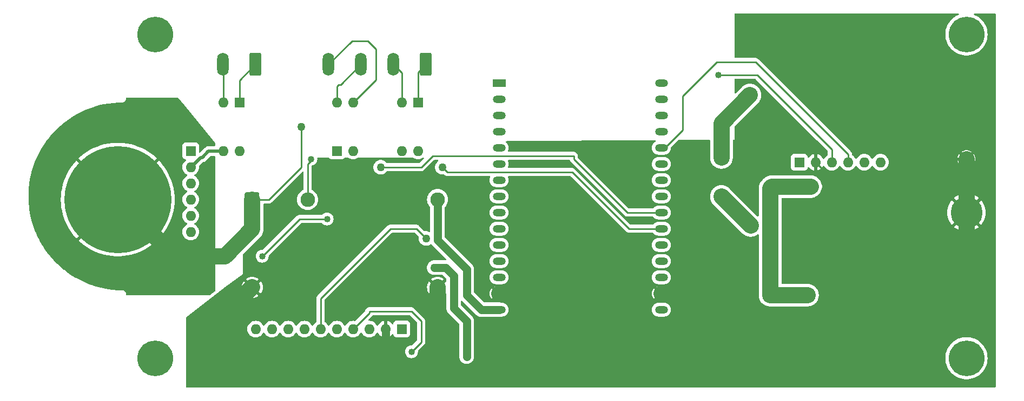
<source format=gbr>
%TF.GenerationSoftware,KiCad,Pcbnew,8.0.8+1*%
%TF.CreationDate,2025-02-28T13:17:03+11:00*%
%TF.ProjectId,vmon,766d6f6e-2e6b-4696-9361-645f70636258,rev?*%
%TF.SameCoordinates,Original*%
%TF.FileFunction,Copper,L2,Bot*%
%TF.FilePolarity,Positive*%
%FSLAX46Y46*%
G04 Gerber Fmt 4.6, Leading zero omitted, Abs format (unit mm)*
G04 Created by KiCad (PCBNEW 8.0.8+1) date 2025-02-28 13:17:03*
%MOMM*%
%LPD*%
G01*
G04 APERTURE LIST*
G04 Aperture macros list*
%AMRoundRect*
0 Rectangle with rounded corners*
0 $1 Rounding radius*
0 $2 $3 $4 $5 $6 $7 $8 $9 X,Y pos of 4 corners*
0 Add a 4 corners polygon primitive as box body*
4,1,4,$2,$3,$4,$5,$6,$7,$8,$9,$2,$3,0*
0 Add four circle primitives for the rounded corners*
1,1,$1+$1,$2,$3*
1,1,$1+$1,$4,$5*
1,1,$1+$1,$6,$7*
1,1,$1+$1,$8,$9*
0 Add four rect primitives between the rounded corners*
20,1,$1+$1,$2,$3,$4,$5,0*
20,1,$1+$1,$4,$5,$6,$7,0*
20,1,$1+$1,$6,$7,$8,$9,0*
20,1,$1+$1,$8,$9,$2,$3,0*%
G04 Aperture macros list end*
%TA.AperFunction,ComponentPad*%
%ADD10R,2.000000X1.200000*%
%TD*%
%TA.AperFunction,ComponentPad*%
%ADD11O,2.000000X1.200000*%
%TD*%
%TA.AperFunction,ComponentPad*%
%ADD12R,1.600000X1.600000*%
%TD*%
%TA.AperFunction,ComponentPad*%
%ADD13O,1.600000X1.600000*%
%TD*%
%TA.AperFunction,ComponentPad*%
%ADD14RoundRect,0.250000X0.650000X1.550000X-0.650000X1.550000X-0.650000X-1.550000X0.650000X-1.550000X0*%
%TD*%
%TA.AperFunction,ComponentPad*%
%ADD15O,1.800000X3.600000*%
%TD*%
%TA.AperFunction,ComponentPad*%
%ADD16C,3.600000*%
%TD*%
%TA.AperFunction,ConnectorPad*%
%ADD17C,5.600000*%
%TD*%
%TA.AperFunction,ComponentPad*%
%ADD18RoundRect,0.250000X-0.893000X0.893000X-0.893000X-0.893000X0.893000X-0.893000X0.893000X0.893000X0*%
%TD*%
%TA.AperFunction,ComponentPad*%
%ADD19C,2.286000*%
%TD*%
%TA.AperFunction,ComponentPad*%
%ADD20C,2.900000*%
%TD*%
%TA.AperFunction,ConnectorPad*%
%ADD21C,5.000000*%
%TD*%
%TA.AperFunction,ComponentPad*%
%ADD22C,8.800000*%
%TD*%
%TA.AperFunction,ConnectorPad*%
%ADD23C,16.800000*%
%TD*%
%TA.AperFunction,ComponentPad*%
%ADD24C,1.800000*%
%TD*%
%TA.AperFunction,ViaPad*%
%ADD25C,1.270000*%
%TD*%
%TA.AperFunction,ViaPad*%
%ADD26C,2.540000*%
%TD*%
%TA.AperFunction,ViaPad*%
%ADD27C,1.016000*%
%TD*%
%TA.AperFunction,Conductor*%
%ADD28C,2.540000*%
%TD*%
%TA.AperFunction,Conductor*%
%ADD29C,0.254000*%
%TD*%
%TA.AperFunction,Conductor*%
%ADD30C,0.508000*%
%TD*%
%TA.AperFunction,Conductor*%
%ADD31C,1.270000*%
%TD*%
G04 APERTURE END LIST*
D10*
%TO.P,U1,1,EN*%
%TO.N,unconnected-(U1-EN-Pad1)*%
X109728000Y-81280000D03*
D11*
%TO.P,U1,2,VP*%
%TO.N,unconnected-(U1-VP-Pad2)*%
X109728000Y-83820000D03*
%TO.P,U1,3,VN*%
%TO.N,unconnected-(U1-VN-Pad3)*%
X109728000Y-86360000D03*
%TO.P,U1,4,D34*%
%TO.N,Net-(U1-D34)*%
X109728000Y-88900000D03*
%TO.P,U1,5,D35*%
%TO.N,unconnected-(U1-D35-Pad5)*%
X109728000Y-91440000D03*
%TO.P,U1,6,D32*%
%TO.N,unconnected-(U1-D32-Pad6)*%
X109728000Y-93980000D03*
%TO.P,U1,7,D33*%
%TO.N,unconnected-(U1-D33-Pad7)*%
X109728000Y-96520000D03*
%TO.P,U1,8,D25*%
%TO.N,unconnected-(U1-D25-Pad8)*%
X109728000Y-99060000D03*
%TO.P,U1,9,D26*%
%TO.N,unconnected-(U1-D26-Pad9)*%
X109728000Y-101600000D03*
%TO.P,U1,10,D27*%
%TO.N,unconnected-(U1-D27-Pad10)*%
X109728000Y-104140000D03*
%TO.P,U1,11,D14*%
%TO.N,unconnected-(U1-D14-Pad11)*%
X109728000Y-106680000D03*
%TO.P,U1,12,D12*%
%TO.N,unconnected-(U1-D12-Pad12)*%
X109728000Y-109220000D03*
%TO.P,U1,13,D13*%
%TO.N,unconnected-(U1-D13-Pad13)*%
X109728000Y-111760000D03*
%TO.P,U1,14,GND*%
%TO.N,GND*%
X109728000Y-114300000D03*
%TO.P,U1,15,VIN*%
%TO.N,Net-(U1-VIN)*%
X109728000Y-116840000D03*
%TO.P,U1,16,3V3*%
%TO.N,+3V3*%
X135128000Y-116840000D03*
%TO.P,U1,17,GND*%
%TO.N,GND*%
X135128000Y-114300000D03*
%TO.P,U1,18,D15*%
%TO.N,unconnected-(U1-D15-Pad18)*%
X135128000Y-111760000D03*
%TO.P,U1,19,D2*%
%TO.N,unconnected-(U1-D2-Pad19)*%
X135128000Y-109220000D03*
%TO.P,U1,20,D4*%
%TO.N,unconnected-(U1-D4-Pad20)*%
X135128000Y-106680000D03*
%TO.P,U1,21,D16*%
%TO.N,/MOSI*%
X135128000Y-104140000D03*
%TO.P,U1,22,D17*%
%TO.N,/MISO*%
X135128000Y-101600000D03*
%TO.P,U1,23,D5*%
%TO.N,unconnected-(U1-D5-Pad23)*%
X135128000Y-99060000D03*
%TO.P,U1,24,D18*%
%TO.N,Net-(Q2-G)*%
X135128000Y-96520000D03*
%TO.P,U1,25,D19*%
%TO.N,unconnected-(U1-D19-Pad25)*%
X135128000Y-93980000D03*
%TO.P,U1,26,D21*%
%TO.N,/SDA*%
X135128000Y-91440000D03*
%TO.P,U1,27,RXD0*%
%TO.N,unconnected-(U1-RXD0-Pad27)*%
X135128000Y-88900000D03*
%TO.P,U1,28,TXD0*%
%TO.N,unconnected-(U1-TXD0-Pad28)*%
X135128000Y-86360000D03*
%TO.P,U1,29,D22*%
%TO.N,/SCL*%
X135128000Y-83820000D03*
%TO.P,U1,30,D23*%
%TO.N,unconnected-(U1-D23-Pad30)*%
X135128000Y-81280000D03*
%TD*%
D12*
%TO.P,U6,1*%
%TO.N,Net-(J4-Pin_1)*%
X97028000Y-84328000D03*
D13*
%TO.P,U6,2*%
%TO.N,Net-(J4-Pin_2)*%
X94488000Y-84328000D03*
%TO.P,U6,3*%
%TO.N,GND*%
X94488000Y-91948000D03*
%TO.P,U6,4*%
%TO.N,/MOSI*%
X97028000Y-91948000D03*
%TD*%
D14*
%TO.P,J4,1,Pin_1*%
%TO.N,Net-(J4-Pin_1)*%
X98243000Y-78370500D03*
D15*
%TO.P,J4,2,Pin_2*%
%TO.N,Net-(J4-Pin_2)*%
X93163000Y-78370500D03*
%TO.P,J4,3,Pin_3*%
%TO.N,Net-(J4-Pin_3)*%
X88083000Y-78370500D03*
%TO.P,J4,4,Pin_4*%
%TO.N,Net-(J4-Pin_4)*%
X83003000Y-78370500D03*
%TD*%
D16*
%TO.P,H1,1,1*%
%TO.N,unconnected-(H1-Pad1)*%
X55880000Y-73660000D03*
D17*
X55880000Y-73660000D03*
%TD*%
D12*
%TO.P,U3,1,VCC*%
%TO.N,+3V3*%
X61468000Y-91948000D03*
D13*
%TO.P,U3,2,GND*%
%TO.N,GND*%
X61468000Y-94488000D03*
%TO.P,U3,3,SCL*%
%TO.N,/SCL*%
X61468000Y-97028000D03*
%TO.P,U3,4,SDA*%
%TO.N,/SDA*%
X61468000Y-99568000D03*
%TO.P,U3,5*%
%TO.N,N/C*%
X61468000Y-102108000D03*
%TO.P,U3,6,SDO*%
%TO.N,Net-(U3-SDO)*%
X61468000Y-104648000D03*
%TD*%
D16*
%TO.P,H4,1,1*%
%TO.N,unconnected-(H4-Pad1)*%
X182880000Y-124460000D03*
D17*
X182880000Y-124460000D03*
%TD*%
D14*
%TO.P,J3,1,Pin_1*%
%TO.N,Net-(J3-Pin_1)*%
X71573000Y-78370500D03*
D15*
%TO.P,J3,2,Pin_2*%
%TO.N,Net-(J3-Pin_2)*%
X66493000Y-78370500D03*
%TD*%
D12*
%TO.P,U4,1,VCC*%
%TO.N,+3V3*%
X156718000Y-93724000D03*
D13*
%TO.P,U4,2,GND*%
%TO.N,GND*%
X159258000Y-93724000D03*
%TO.P,U4,3,SCL*%
%TO.N,/SCL*%
X161798000Y-93724000D03*
%TO.P,U4,4,SDA*%
%TO.N,/SDA*%
X164338000Y-93724000D03*
%TO.P,U4,5*%
%TO.N,N/C*%
X166878000Y-93724000D03*
%TO.P,U4,6,SDO*%
%TO.N,Net-(U4-SDO)*%
X169418000Y-93724000D03*
%TD*%
D12*
%TO.P,U5,1*%
%TO.N,Net-(J3-Pin_1)*%
X69093000Y-84338000D03*
D13*
%TO.P,U5,2*%
%TO.N,Net-(J3-Pin_2)*%
X66553000Y-84338000D03*
%TO.P,U5,3*%
%TO.N,GND*%
X66553000Y-91958000D03*
%TO.P,U5,4*%
%TO.N,Net-(Q1-B)*%
X69093000Y-91958000D03*
%TD*%
D18*
%TO.P,U2,1,Vin_p*%
%TO.N,+12VA*%
X71098000Y-99551400D03*
D19*
%TO.P,U2,2,Vin_gnd*%
%TO.N,GND*%
X71098000Y-113351400D03*
%TO.P,U2,3,VO_GND*%
X100098000Y-113351400D03*
%TO.P,U2,4,V5V_p*%
%TO.N,Net-(U1-VIN)*%
X100098000Y-99551400D03*
%TO.P,U2,5,EN*%
%TO.N,Net-(Q1-C)*%
X79756000Y-99568000D03*
%TD*%
D16*
%TO.P,H3,1,1*%
%TO.N,unconnected-(H3-Pad1)*%
X182880000Y-73660000D03*
D17*
X182880000Y-73660000D03*
%TD*%
D20*
%TO.P,H2,1,1*%
%TO.N,GND*%
X182880000Y-101600000D03*
D21*
X182880000Y-101600000D03*
%TD*%
D22*
%TO.P,B12+1,1,1*%
%TO.N,+12VA*%
X50038000Y-99568000D03*
D23*
X50038000Y-99568000D03*
%TD*%
D12*
%TO.P,U8,1,VDD*%
%TO.N,+3V3*%
X94488000Y-119888000D03*
D13*
%TO.P,U8,2,GND*%
%TO.N,GND*%
X91948000Y-119888000D03*
%TO.P,U8,3,SCL*%
%TO.N,/SCL*%
X89408000Y-119888000D03*
%TO.P,U8,4,SDA*%
%TO.N,/SDA*%
X86868000Y-119888000D03*
%TO.P,U8,5,ADDR*%
%TO.N,Net-(U8-ADDR)*%
X84328000Y-119888000D03*
%TO.P,U8,6,ALRT*%
%TO.N,Net-(U1-D34)*%
X81788000Y-119888000D03*
%TO.P,U8,7,AN0*%
%TO.N,Net-(U8-AN0)*%
X79248000Y-119888000D03*
%TO.P,U8,8,AN1*%
%TO.N,Net-(U8-AN1)*%
X76708000Y-119888000D03*
%TO.P,U8,9,AN2*%
%TO.N,unconnected-(U8-AN2-Pad9)*%
X74168000Y-119888000D03*
%TO.P,U8,10,AN3*%
%TO.N,unconnected-(U8-AN3-Pad10)*%
X71628000Y-119888000D03*
%TD*%
D12*
%TO.P,U7,1*%
%TO.N,+3V3*%
X84328000Y-91948000D03*
D13*
%TO.P,U7,2*%
%TO.N,Net-(R6-Pad1)*%
X86868000Y-91948000D03*
%TO.P,U7,3*%
%TO.N,Net-(J4-Pin_4)*%
X86868000Y-84328000D03*
%TO.P,U7,4*%
%TO.N,Net-(J4-Pin_3)*%
X84328000Y-84328000D03*
%TD*%
D16*
%TO.P,H5,1,1*%
%TO.N,unconnected-(H5-Pad1)*%
X55880000Y-124460000D03*
D17*
X55880000Y-124460000D03*
%TD*%
D24*
%TO.P,TP1,1,1*%
%TO.N,GND*%
X182880000Y-93218000D03*
%TD*%
D25*
%TO.N,+12VA*%
X78740000Y-88138000D03*
D26*
X154940000Y-114554000D03*
X152400000Y-97534000D03*
X152146000Y-114554000D03*
X155194000Y-97536000D03*
X158242000Y-97536000D03*
X157988000Y-114554000D03*
%TO.N,GND*%
X64665700Y-119783700D03*
D25*
X138938000Y-99822000D03*
X94488000Y-106172000D03*
X138430000Y-91440000D03*
D27*
X176784000Y-93218000D03*
%TO.N,+3V3*%
X82804000Y-102616000D03*
X72644000Y-108458000D03*
D25*
X104648000Y-124206000D03*
X99568000Y-110236000D03*
D27*
%TO.N,Net-(Q1-C)*%
X80264000Y-93218000D03*
D26*
%TO.N,Net-(Q2-D)*%
X148984750Y-83171250D03*
X149098000Y-103634000D03*
X144526000Y-92964000D03*
X144526000Y-99062000D03*
D25*
%TO.N,/MOSI*%
X100838000Y-94488000D03*
%TO.N,/MISO*%
X91186000Y-94488000D03*
%TO.N,Net-(U1-D34)*%
X98298000Y-105664000D03*
D27*
%TO.N,/SCL*%
X144018000Y-80010000D03*
%TO.N,/SDA*%
X96012000Y-123444000D03*
%TD*%
D28*
%TO.N,+12VA*%
X152146000Y-97788000D02*
X152400000Y-97534000D01*
X58928000Y-108458000D02*
X64770000Y-108458000D01*
D29*
X78740000Y-94488000D02*
X73676600Y-99551400D01*
X73676600Y-99551400D02*
X71098000Y-99551400D01*
D28*
X58928000Y-108458000D02*
X50038000Y-99568000D01*
X154940000Y-114554000D02*
X157988000Y-114554000D01*
X71098000Y-104162000D02*
X71098000Y-99551400D01*
X152146000Y-114554000D02*
X154940000Y-114554000D01*
X64770000Y-108458000D02*
X66802000Y-108458000D01*
X155194000Y-97536000D02*
X158242000Y-97536000D01*
X66802000Y-108458000D02*
X71098000Y-104162000D01*
X152400000Y-97534000D02*
X152402000Y-97536000D01*
X152146000Y-114554000D02*
X152146000Y-97788000D01*
D29*
X78740000Y-88138000D02*
X78740000Y-94488000D01*
D28*
X158242000Y-97536000D02*
X158496000Y-97536000D01*
X152402000Y-97536000D02*
X155194000Y-97536000D01*
%TO.N,GND*%
X182880000Y-101600000D02*
X182880000Y-93218000D01*
X115316000Y-127000000D02*
X100076000Y-127000000D01*
X182880000Y-115062000D02*
X170942000Y-127000000D01*
D29*
X100098000Y-113351400D02*
X94488000Y-107741400D01*
D30*
X63246000Y-92964000D02*
X62992000Y-92964000D01*
D28*
X68072000Y-127000000D02*
X63373000Y-122301000D01*
D29*
X160784000Y-95250000D02*
X174752000Y-95250000D01*
X174752000Y-95250000D02*
X176784000Y-93218000D01*
D28*
X139192000Y-116078000D02*
X139192000Y-127000000D01*
X115316000Y-127000000D02*
X139192000Y-127000000D01*
X109728000Y-114300000D02*
X113030000Y-114300000D01*
D29*
X159258000Y-93724000D02*
X160784000Y-95250000D01*
D28*
X64665700Y-119783700D02*
X63373000Y-121076400D01*
D30*
X66553000Y-91958000D02*
X64252000Y-91958000D01*
D31*
X91948000Y-119888000D02*
X91948000Y-127000000D01*
D28*
X100076000Y-127000000D02*
X91948000Y-127000000D01*
X170942000Y-127000000D02*
X139192000Y-127000000D01*
X135128000Y-114300000D02*
X137414000Y-114300000D01*
X91948000Y-127000000D02*
X68072000Y-127000000D01*
D29*
X94488000Y-107741400D02*
X94488000Y-106172000D01*
D28*
X100098000Y-113351400D02*
X100098000Y-126978000D01*
X137414000Y-114300000D02*
X139192000Y-116078000D01*
X71098000Y-113351400D02*
X64665700Y-119783700D01*
D29*
X138430000Y-99314000D02*
X138938000Y-99822000D01*
X138430000Y-91440000D02*
X138430000Y-99314000D01*
D30*
X62992000Y-92964000D02*
X61468000Y-94488000D01*
D28*
X100098000Y-126978000D02*
X100076000Y-127000000D01*
X115316000Y-116586000D02*
X115316000Y-127000000D01*
X113030000Y-114300000D02*
X115316000Y-116586000D01*
X63373000Y-121076400D02*
X63373000Y-122301000D01*
D30*
X64252000Y-91958000D02*
X63246000Y-92964000D01*
D28*
X182880000Y-101600000D02*
X182880000Y-115062000D01*
D30*
X176784000Y-93218000D02*
X182880000Y-93218000D01*
D31*
%TO.N,+3V3*%
X102616000Y-116586000D02*
X102616000Y-111506000D01*
X102616000Y-111506000D02*
X101346000Y-110236000D01*
X104648000Y-124206000D02*
X104648000Y-118618000D01*
D29*
X82804000Y-102616000D02*
X78486000Y-102616000D01*
D31*
X101346000Y-110236000D02*
X99568000Y-110236000D01*
D29*
X78486000Y-102616000D02*
X72644000Y-108458000D01*
D31*
X104648000Y-118618000D02*
X102616000Y-116586000D01*
D29*
%TO.N,Net-(J3-Pin_1)*%
X69093000Y-80850500D02*
X71573000Y-78370500D01*
X69093000Y-84338000D02*
X69093000Y-80850500D01*
%TO.N,Net-(J3-Pin_2)*%
X66553000Y-78430500D02*
X66493000Y-78370500D01*
X66553000Y-84338000D02*
X66553000Y-78430500D01*
%TO.N,Net-(J4-Pin_2)*%
X94488000Y-79695500D02*
X93163000Y-78370500D01*
X94488000Y-84328000D02*
X94488000Y-79695500D01*
%TO.N,Net-(J4-Pin_3)*%
X84919500Y-81534000D02*
X84582000Y-81534000D01*
X84582000Y-81534000D02*
X84328000Y-81788000D01*
X88083000Y-78370500D02*
X84919500Y-81534000D01*
X84328000Y-81788000D02*
X84328000Y-84328000D01*
%TO.N,Net-(J4-Pin_4)*%
X86868000Y-84328000D02*
X90424000Y-80772000D01*
X90424000Y-75946000D02*
X89154000Y-74676000D01*
X89154000Y-74676000D02*
X86697500Y-74676000D01*
X86697500Y-74676000D02*
X83003000Y-78370500D01*
X90424000Y-80772000D02*
X90424000Y-75946000D01*
%TO.N,Net-(J4-Pin_1)*%
X97028000Y-84328000D02*
X97028000Y-79585500D01*
X97028000Y-79585500D02*
X98243000Y-78370500D01*
%TO.N,Net-(Q1-C)*%
X80264000Y-93472000D02*
X79756000Y-93980000D01*
X79756000Y-93980000D02*
X79756000Y-99568000D01*
X80264000Y-93218000D02*
X80264000Y-93472000D01*
D28*
%TO.N,Net-(Q2-D)*%
X144526000Y-87630000D02*
X148984750Y-83171250D01*
X144526000Y-92964000D02*
X144526000Y-87630000D01*
X149098000Y-103634000D02*
X144526000Y-99062000D01*
D29*
%TO.N,/MOSI*%
X130048000Y-104140000D02*
X135128000Y-104140000D01*
X121158000Y-95250000D02*
X130048000Y-104140000D01*
X100838000Y-94488000D02*
X101600000Y-95250000D01*
X101600000Y-95250000D02*
X121158000Y-95250000D01*
%TO.N,/MISO*%
X121412000Y-93218000D02*
X121412000Y-92710000D01*
X129794000Y-101600000D02*
X121412000Y-93218000D01*
X135128000Y-101600000D02*
X129794000Y-101600000D01*
X121412000Y-92710000D02*
X99314000Y-92710000D01*
X97536000Y-94488000D02*
X91186000Y-94488000D01*
X99314000Y-92710000D02*
X97536000Y-94488000D01*
%TO.N,Net-(U1-D34)*%
X96774000Y-104140000D02*
X92710000Y-104140000D01*
X98298000Y-105664000D02*
X96774000Y-104140000D01*
X92710000Y-104140000D02*
X81788000Y-115062000D01*
X81788000Y-115062000D02*
X81788000Y-119888000D01*
%TO.N,/SCL*%
X161798000Y-93724000D02*
X161798000Y-91694000D01*
X161798000Y-91694000D02*
X150114000Y-80010000D01*
X150114000Y-80010000D02*
X144018000Y-80010000D01*
%TO.N,/SDA*%
X149860000Y-77978000D02*
X164338000Y-92456000D01*
X143764000Y-77978000D02*
X138430000Y-83312000D01*
X135636000Y-91440000D02*
X135128000Y-91440000D01*
X96012000Y-123444000D02*
X97536000Y-121920000D01*
X143764000Y-77978000D02*
X149860000Y-77978000D01*
X164338000Y-93724000D02*
X164338000Y-92456000D01*
X138430000Y-88646000D02*
X135636000Y-91440000D01*
X97536000Y-121920000D02*
X97536000Y-118618000D01*
X97536000Y-118618000D02*
X96012000Y-117094000D01*
X96012000Y-117094000D02*
X89408000Y-117094000D01*
X89408000Y-117094000D02*
X89408000Y-117348000D01*
X89408000Y-117348000D02*
X86868000Y-119888000D01*
X138430000Y-83312000D02*
X138430000Y-88646000D01*
D31*
%TO.N,Net-(U1-VIN)*%
X100098000Y-105940000D02*
X100098000Y-99551400D01*
X109728000Y-116840000D02*
X106934000Y-116840000D01*
X106934000Y-116840000D02*
X104648000Y-114554000D01*
X104648000Y-110490000D02*
X100098000Y-105940000D01*
X104648000Y-114554000D02*
X104648000Y-110490000D01*
%TD*%
%TA.AperFunction,Conductor*%
%TO.N,+12VA*%
G36*
X59444425Y-83585685D02*
G01*
X59473204Y-83611292D01*
X60454374Y-84805760D01*
X64898292Y-90215747D01*
X65249818Y-90643691D01*
X65277160Y-90707989D01*
X65278000Y-90722399D01*
X65278000Y-91079500D01*
X65258315Y-91146539D01*
X65205511Y-91192294D01*
X65154000Y-91203500D01*
X64332446Y-91203500D01*
X64332426Y-91203499D01*
X64326312Y-91203499D01*
X64177688Y-91203499D01*
X64177686Y-91203499D01*
X64056105Y-91227684D01*
X64031920Y-91232495D01*
X63993194Y-91248536D01*
X63894607Y-91289371D01*
X63894606Y-91289372D01*
X63870822Y-91305265D01*
X63870820Y-91305267D01*
X63771033Y-91371941D01*
X63718487Y-91424487D01*
X63665941Y-91477034D01*
X62980180Y-92162795D01*
X62918857Y-92196280D01*
X62849165Y-92191296D01*
X62793232Y-92149424D01*
X62768815Y-92083960D01*
X62768499Y-92075114D01*
X62768499Y-91100129D01*
X62768498Y-91100123D01*
X62768497Y-91100116D01*
X62762091Y-91040517D01*
X62747751Y-91002070D01*
X62711797Y-90905671D01*
X62711793Y-90905664D01*
X62625547Y-90790455D01*
X62625544Y-90790452D01*
X62510335Y-90704206D01*
X62510328Y-90704202D01*
X62375482Y-90653908D01*
X62375483Y-90653908D01*
X62315883Y-90647501D01*
X62315881Y-90647500D01*
X62315873Y-90647500D01*
X62315864Y-90647500D01*
X60620129Y-90647500D01*
X60620123Y-90647501D01*
X60560516Y-90653908D01*
X60425671Y-90704202D01*
X60425664Y-90704206D01*
X60310455Y-90790452D01*
X60310452Y-90790455D01*
X60224206Y-90905664D01*
X60224202Y-90905671D01*
X60173908Y-91040517D01*
X60167501Y-91100116D01*
X60167501Y-91100123D01*
X60167500Y-91100135D01*
X60167500Y-92795870D01*
X60167501Y-92795876D01*
X60173908Y-92855483D01*
X60224202Y-92990328D01*
X60224206Y-92990335D01*
X60310452Y-93105544D01*
X60310455Y-93105547D01*
X60425664Y-93191793D01*
X60425671Y-93191797D01*
X60447654Y-93199996D01*
X60560517Y-93242091D01*
X60595596Y-93245862D01*
X60660144Y-93272599D01*
X60699993Y-93329991D01*
X60702488Y-93399816D01*
X60666836Y-93459905D01*
X60653464Y-93470725D01*
X60628858Y-93487954D01*
X60467954Y-93648858D01*
X60337432Y-93835265D01*
X60337431Y-93835267D01*
X60241261Y-94041502D01*
X60241258Y-94041511D01*
X60182366Y-94261302D01*
X60182364Y-94261313D01*
X60162532Y-94487998D01*
X60162532Y-94488001D01*
X60182364Y-94714686D01*
X60182366Y-94714697D01*
X60241258Y-94934488D01*
X60241261Y-94934497D01*
X60337431Y-95140732D01*
X60337432Y-95140734D01*
X60467954Y-95327141D01*
X60628858Y-95488045D01*
X60628861Y-95488047D01*
X60815266Y-95618568D01*
X60873275Y-95645618D01*
X60925714Y-95691791D01*
X60944866Y-95758984D01*
X60924650Y-95825865D01*
X60873275Y-95870382D01*
X60815267Y-95897431D01*
X60815265Y-95897432D01*
X60628858Y-96027954D01*
X60467954Y-96188858D01*
X60337432Y-96375265D01*
X60337431Y-96375267D01*
X60241261Y-96581502D01*
X60241258Y-96581511D01*
X60182366Y-96801302D01*
X60182364Y-96801313D01*
X60162532Y-97027998D01*
X60162532Y-97028001D01*
X60182364Y-97254686D01*
X60182366Y-97254697D01*
X60241258Y-97474488D01*
X60241261Y-97474497D01*
X60337431Y-97680732D01*
X60337432Y-97680734D01*
X60467954Y-97867141D01*
X60628858Y-98028045D01*
X60628861Y-98028047D01*
X60815266Y-98158568D01*
X60851817Y-98175612D01*
X60873275Y-98185618D01*
X60925714Y-98231791D01*
X60944866Y-98298984D01*
X60924650Y-98365865D01*
X60873275Y-98410381D01*
X60856272Y-98418310D01*
X60815267Y-98437431D01*
X60815265Y-98437432D01*
X60628858Y-98567954D01*
X60467954Y-98728858D01*
X60337432Y-98915265D01*
X60337431Y-98915267D01*
X60241261Y-99121502D01*
X60241258Y-99121511D01*
X60182366Y-99341302D01*
X60182364Y-99341313D01*
X60162532Y-99567998D01*
X60162532Y-99568001D01*
X60182364Y-99794686D01*
X60182366Y-99794697D01*
X60241258Y-100014488D01*
X60241261Y-100014497D01*
X60337431Y-100220732D01*
X60337432Y-100220734D01*
X60467954Y-100407141D01*
X60628858Y-100568045D01*
X60628861Y-100568047D01*
X60815266Y-100698568D01*
X60846471Y-100713119D01*
X60873275Y-100725618D01*
X60925714Y-100771791D01*
X60944866Y-100838984D01*
X60924650Y-100905865D01*
X60873275Y-100950381D01*
X60861898Y-100955687D01*
X60815267Y-100977431D01*
X60815265Y-100977432D01*
X60628858Y-101107954D01*
X60467954Y-101268858D01*
X60337432Y-101455265D01*
X60337431Y-101455267D01*
X60241261Y-101661502D01*
X60241258Y-101661511D01*
X60182366Y-101881302D01*
X60182364Y-101881313D01*
X60162532Y-102107998D01*
X60162532Y-102108001D01*
X60182364Y-102334686D01*
X60182366Y-102334697D01*
X60241258Y-102554488D01*
X60241261Y-102554497D01*
X60337431Y-102760732D01*
X60337432Y-102760734D01*
X60467954Y-102947141D01*
X60628858Y-103108045D01*
X60628861Y-103108047D01*
X60815266Y-103238568D01*
X60873275Y-103265618D01*
X60925714Y-103311791D01*
X60944866Y-103378984D01*
X60924650Y-103445865D01*
X60873275Y-103490382D01*
X60815267Y-103517431D01*
X60815265Y-103517432D01*
X60628858Y-103647954D01*
X60467954Y-103808858D01*
X60337432Y-103995265D01*
X60337431Y-103995267D01*
X60241261Y-104201502D01*
X60241258Y-104201511D01*
X60182366Y-104421302D01*
X60182364Y-104421313D01*
X60162532Y-104647998D01*
X60162532Y-104648001D01*
X60182364Y-104874686D01*
X60182366Y-104874697D01*
X60241258Y-105094488D01*
X60241261Y-105094497D01*
X60337431Y-105300732D01*
X60337432Y-105300734D01*
X60467954Y-105487141D01*
X60628858Y-105648045D01*
X60628861Y-105648047D01*
X60815266Y-105778568D01*
X61021504Y-105874739D01*
X61241308Y-105933635D01*
X61403230Y-105947801D01*
X61467998Y-105953468D01*
X61468000Y-105953468D01*
X61468002Y-105953468D01*
X61524673Y-105948509D01*
X61694692Y-105933635D01*
X61914496Y-105874739D01*
X62120734Y-105778568D01*
X62307139Y-105648047D01*
X62468047Y-105487139D01*
X62598568Y-105300734D01*
X62694739Y-105094496D01*
X62753635Y-104874692D01*
X62772289Y-104661476D01*
X62773468Y-104648001D01*
X62773468Y-104647998D01*
X62765203Y-104553533D01*
X62753635Y-104421308D01*
X62694739Y-104201504D01*
X62598568Y-103995266D01*
X62468047Y-103808861D01*
X62468045Y-103808858D01*
X62307141Y-103647954D01*
X62120734Y-103517432D01*
X62120728Y-103517429D01*
X62062725Y-103490382D01*
X62010285Y-103444210D01*
X61991133Y-103377017D01*
X62011348Y-103310135D01*
X62062725Y-103265618D01*
X62120734Y-103238568D01*
X62307139Y-103108047D01*
X62468047Y-102947139D01*
X62598568Y-102760734D01*
X62694739Y-102554496D01*
X62753635Y-102334692D01*
X62773468Y-102108000D01*
X62753635Y-101881308D01*
X62694739Y-101661504D01*
X62598568Y-101455266D01*
X62468047Y-101268861D01*
X62468045Y-101268858D01*
X62307141Y-101107954D01*
X62120734Y-100977432D01*
X62120728Y-100977429D01*
X62074102Y-100955687D01*
X62062724Y-100950381D01*
X62010285Y-100904210D01*
X61991133Y-100837017D01*
X62011348Y-100770135D01*
X62062725Y-100725618D01*
X62120734Y-100698568D01*
X62307139Y-100568047D01*
X62468047Y-100407139D01*
X62598568Y-100220734D01*
X62694739Y-100014496D01*
X62753635Y-99794692D01*
X62773468Y-99568000D01*
X62771074Y-99540642D01*
X62762505Y-99442692D01*
X62753635Y-99341308D01*
X62706886Y-99166836D01*
X62694741Y-99121511D01*
X62694738Y-99121502D01*
X62653542Y-99033158D01*
X62598568Y-98915266D01*
X62468047Y-98728861D01*
X62468045Y-98728858D01*
X62307141Y-98567954D01*
X62120734Y-98437432D01*
X62120728Y-98437429D01*
X62091790Y-98423935D01*
X62062724Y-98410381D01*
X62010285Y-98364210D01*
X61991133Y-98297017D01*
X62011348Y-98230135D01*
X62062725Y-98185618D01*
X62120734Y-98158568D01*
X62307139Y-98028047D01*
X62468047Y-97867139D01*
X62598568Y-97680734D01*
X62694739Y-97474496D01*
X62753635Y-97254692D01*
X62773468Y-97028000D01*
X62753635Y-96801308D01*
X62694739Y-96581504D01*
X62598568Y-96375266D01*
X62468047Y-96188861D01*
X62468045Y-96188858D01*
X62307141Y-96027954D01*
X62120734Y-95897432D01*
X62120728Y-95897429D01*
X62062725Y-95870382D01*
X62010285Y-95824210D01*
X61991133Y-95757017D01*
X62011348Y-95690135D01*
X62062725Y-95645618D01*
X62120734Y-95618568D01*
X62307139Y-95488047D01*
X62468047Y-95327139D01*
X62598568Y-95140734D01*
X62694739Y-94934496D01*
X62753635Y-94714692D01*
X62773468Y-94488000D01*
X62759324Y-94326339D01*
X62773090Y-94257841D01*
X62795168Y-94227855D01*
X63274006Y-93749017D01*
X63335327Y-93715534D01*
X63337468Y-93715088D01*
X63393144Y-93704012D01*
X63441895Y-93694315D01*
X63441895Y-93694316D01*
X63441900Y-93694313D01*
X63466080Y-93689505D01*
X63524953Y-93665119D01*
X63603389Y-93632630D01*
X63726966Y-93550059D01*
X64528205Y-92748818D01*
X64589528Y-92715334D01*
X64615886Y-92712500D01*
X65154000Y-92712500D01*
X65221039Y-92732185D01*
X65266794Y-92784989D01*
X65278000Y-92836500D01*
X65278000Y-113883643D01*
X65258315Y-113950682D01*
X65229740Y-113981824D01*
X64574727Y-114487120D01*
X64521500Y-114528181D01*
X64456396Y-114553543D01*
X64445760Y-114554000D01*
X51424500Y-114554000D01*
X51357461Y-114534315D01*
X51311706Y-114481511D01*
X51300500Y-114430000D01*
X51300500Y-114234110D01*
X51300500Y-114234108D01*
X51266392Y-114106814D01*
X51200500Y-113992686D01*
X51107314Y-113899500D01*
X51050250Y-113866554D01*
X50993187Y-113833608D01*
X50929539Y-113816554D01*
X50865892Y-113799500D01*
X50865891Y-113799500D01*
X50801601Y-113799500D01*
X50798408Y-113799459D01*
X50044416Y-113780039D01*
X50038039Y-113779710D01*
X49287663Y-113721626D01*
X49281312Y-113720970D01*
X48534893Y-113624331D01*
X48528583Y-113623348D01*
X47788148Y-113488415D01*
X47781898Y-113487109D01*
X47049387Y-113314239D01*
X47043212Y-113312613D01*
X46320563Y-113102261D01*
X46314480Y-113100319D01*
X46298749Y-113094847D01*
X45603617Y-112853043D01*
X45597643Y-112850791D01*
X44900469Y-112567256D01*
X44894618Y-112564699D01*
X44212954Y-112245646D01*
X44207242Y-112242791D01*
X43562167Y-111899325D01*
X43542905Y-111889069D01*
X43537350Y-111885925D01*
X43468003Y-111844284D01*
X42892096Y-111498469D01*
X42886727Y-111495054D01*
X42262269Y-111074891D01*
X42257072Y-111071196D01*
X42163356Y-111000870D01*
X41655075Y-110619446D01*
X41650073Y-110615487D01*
X41639234Y-110606445D01*
X41338567Y-110355617D01*
X41072141Y-110133355D01*
X41067345Y-110129140D01*
X40591291Y-109688512D01*
X40514988Y-109617887D01*
X40510420Y-109613435D01*
X40471804Y-109573812D01*
X39985123Y-109074433D01*
X39980786Y-109069747D01*
X39796781Y-108860384D01*
X39483932Y-108504419D01*
X39479850Y-108499526D01*
X39012750Y-107909359D01*
X39008918Y-107904252D01*
X38572820Y-107290826D01*
X38569255Y-107285528D01*
X38559507Y-107270203D01*
X38272720Y-106819325D01*
X38165325Y-106650482D01*
X38162038Y-106645008D01*
X37791330Y-105990003D01*
X37788329Y-105984367D01*
X37451827Y-105311139D01*
X37449120Y-105305355D01*
X37392614Y-105176059D01*
X37256020Y-104863503D01*
X37147730Y-104615714D01*
X37145324Y-104609799D01*
X36932490Y-104045232D01*
X36879825Y-103905533D01*
X36877730Y-103899509D01*
X36865656Y-103861687D01*
X36648835Y-103182498D01*
X36647054Y-103176378D01*
X36632584Y-103121433D01*
X36455379Y-102448556D01*
X36453923Y-102442388D01*
X36299959Y-101705619D01*
X36298818Y-101699353D01*
X36298103Y-101694763D01*
X36182996Y-100955687D01*
X36182176Y-100949355D01*
X36155931Y-100695464D01*
X36104785Y-100200680D01*
X36104297Y-100194368D01*
X36072010Y-99568000D01*
X41133027Y-99568000D01*
X41152912Y-100162782D01*
X41152913Y-100162799D01*
X41212479Y-100754899D01*
X41311467Y-101341745D01*
X41449426Y-101920648D01*
X41625747Y-102489053D01*
X41625749Y-102489058D01*
X41839635Y-103044400D01*
X41839641Y-103044413D01*
X42090136Y-103584217D01*
X42090149Y-103584244D01*
X42376147Y-104106122D01*
X42696364Y-104607735D01*
X42696372Y-104607747D01*
X43049382Y-105086855D01*
X43433610Y-105541322D01*
X43433613Y-105541325D01*
X43570047Y-105682397D01*
X43570049Y-105682397D01*
X46894415Y-102358030D01*
X46922252Y-102391949D01*
X47214051Y-102683748D01*
X47247968Y-102711583D01*
X43922478Y-106037073D01*
X44288687Y-106368289D01*
X44288718Y-106368316D01*
X44755740Y-106737119D01*
X44755764Y-106737136D01*
X45246386Y-107073930D01*
X45758442Y-107377221D01*
X46289579Y-107645616D01*
X46837478Y-107877946D01*
X46837486Y-107877948D01*
X47399674Y-108073162D01*
X47399686Y-108073165D01*
X47973627Y-108230385D01*
X47973644Y-108230389D01*
X48556820Y-108348924D01*
X48556832Y-108348926D01*
X49146660Y-108428252D01*
X49740432Y-108468000D01*
X50335568Y-108468000D01*
X50929339Y-108428252D01*
X51519167Y-108348926D01*
X51519179Y-108348924D01*
X52102355Y-108230389D01*
X52102372Y-108230385D01*
X52676313Y-108073165D01*
X52676325Y-108073162D01*
X53238513Y-107877948D01*
X53238521Y-107877946D01*
X53786420Y-107645616D01*
X54317557Y-107377221D01*
X54829613Y-107073930D01*
X55320235Y-106737136D01*
X55320259Y-106737119D01*
X55787297Y-106368303D01*
X56153519Y-106037072D01*
X52828030Y-102711583D01*
X52861949Y-102683748D01*
X53153748Y-102391949D01*
X53181583Y-102358031D01*
X56505950Y-105682398D01*
X56505951Y-105682397D01*
X56642386Y-105541325D01*
X56642389Y-105541322D01*
X57026617Y-105086855D01*
X57379627Y-104607747D01*
X57379635Y-104607735D01*
X57699852Y-104106122D01*
X57985850Y-103584244D01*
X57985863Y-103584217D01*
X58236358Y-103044413D01*
X58236364Y-103044400D01*
X58450250Y-102489058D01*
X58450252Y-102489053D01*
X58626573Y-101920648D01*
X58764532Y-101341745D01*
X58863520Y-100754899D01*
X58923086Y-100162799D01*
X58923087Y-100162782D01*
X58942972Y-99568000D01*
X58923087Y-98973217D01*
X58923086Y-98973200D01*
X58863520Y-98381100D01*
X58764532Y-97794254D01*
X58626573Y-97215351D01*
X58450252Y-96646946D01*
X58450250Y-96646941D01*
X58236364Y-96091599D01*
X58236358Y-96091586D01*
X57985863Y-95551782D01*
X57985850Y-95551755D01*
X57699852Y-95029877D01*
X57379635Y-94528264D01*
X57379627Y-94528252D01*
X57026617Y-94049144D01*
X56642389Y-93594677D01*
X56642386Y-93594674D01*
X56505951Y-93453601D01*
X56505949Y-93453601D01*
X53181582Y-96777968D01*
X53153748Y-96744051D01*
X52861949Y-96452252D01*
X52828029Y-96424415D01*
X56153520Y-93098925D01*
X55787312Y-92767710D01*
X55787281Y-92767683D01*
X55320259Y-92398880D01*
X55320235Y-92398863D01*
X54829613Y-92062069D01*
X54317557Y-91758778D01*
X53786420Y-91490383D01*
X53238521Y-91258053D01*
X53238513Y-91258051D01*
X52676325Y-91062837D01*
X52676313Y-91062834D01*
X52102372Y-90905614D01*
X52102355Y-90905610D01*
X51519179Y-90787075D01*
X51519167Y-90787073D01*
X50929339Y-90707747D01*
X50335568Y-90668000D01*
X49740432Y-90668000D01*
X49146660Y-90707747D01*
X48556832Y-90787073D01*
X48556820Y-90787075D01*
X47973644Y-90905610D01*
X47973627Y-90905614D01*
X47399686Y-91062834D01*
X47399674Y-91062837D01*
X46837486Y-91258051D01*
X46837478Y-91258053D01*
X46289579Y-91490383D01*
X45758442Y-91758778D01*
X45246386Y-92062069D01*
X44755764Y-92398863D01*
X44755740Y-92398880D01*
X44288718Y-92767683D01*
X44288686Y-92767710D01*
X43922478Y-93098925D01*
X47247969Y-96424416D01*
X47214051Y-96452252D01*
X46922252Y-96744051D01*
X46894416Y-96777969D01*
X43570048Y-93453601D01*
X43570047Y-93453601D01*
X43433613Y-93594674D01*
X43433610Y-93594677D01*
X43049382Y-94049144D01*
X42696372Y-94528252D01*
X42696364Y-94528264D01*
X42376147Y-95029877D01*
X42090149Y-95551755D01*
X42090136Y-95551782D01*
X41839641Y-96091586D01*
X41839635Y-96091599D01*
X41625749Y-96646941D01*
X41625747Y-96646946D01*
X41449426Y-97215351D01*
X41311467Y-97794254D01*
X41212479Y-98381100D01*
X41152913Y-98973200D01*
X41152912Y-98973217D01*
X41133027Y-99568000D01*
X36072010Y-99568000D01*
X36065551Y-99442692D01*
X36065387Y-99436309D01*
X36065387Y-98683690D01*
X36065551Y-98677307D01*
X36069218Y-98606162D01*
X36104297Y-97925628D01*
X36104785Y-97919322D01*
X36182176Y-97170639D01*
X36182996Y-97164312D01*
X36195552Y-97083695D01*
X36298822Y-96420622D01*
X36299958Y-96414387D01*
X36453925Y-95677602D01*
X36455377Y-95671451D01*
X36647060Y-94943599D01*
X36648831Y-94937511D01*
X36877736Y-94220471D01*
X36879821Y-94214478D01*
X37145326Y-93510193D01*
X37147730Y-93504285D01*
X37150125Y-93498805D01*
X37449127Y-92814627D01*
X37451819Y-92808876D01*
X37788336Y-92135617D01*
X37791321Y-92130011D01*
X38162041Y-91474985D01*
X38165325Y-91469517D01*
X38212431Y-91395459D01*
X38569274Y-90834441D01*
X38572820Y-90829173D01*
X38600346Y-90790455D01*
X38698732Y-90652062D01*
X39008918Y-90215747D01*
X39012750Y-90210640D01*
X39305176Y-89841169D01*
X39479859Y-89620461D01*
X39483916Y-89615598D01*
X39980802Y-89050234D01*
X39985105Y-89045584D01*
X40510443Y-88506540D01*
X40514968Y-88502130D01*
X41067358Y-87990846D01*
X41072127Y-87986656D01*
X41650101Y-87504489D01*
X41655051Y-87500571D01*
X42257105Y-87048779D01*
X42262243Y-87045126D01*
X42886754Y-86624927D01*
X42892068Y-86621547D01*
X43537381Y-86234056D01*
X43542875Y-86230946D01*
X44207271Y-85877193D01*
X44212924Y-85874367D01*
X44894637Y-85555291D01*
X44900449Y-85552751D01*
X45597678Y-85269194D01*
X45603583Y-85266968D01*
X46314520Y-85019666D01*
X46320523Y-85017750D01*
X47043233Y-84807380D01*
X47049365Y-84805765D01*
X47781906Y-84632888D01*
X47788139Y-84631585D01*
X48528601Y-84496648D01*
X48534874Y-84495670D01*
X49281345Y-84399025D01*
X49287630Y-84398376D01*
X50038074Y-84340287D01*
X50044380Y-84339961D01*
X50798408Y-84320540D01*
X50801601Y-84320500D01*
X50865890Y-84320500D01*
X50865892Y-84320500D01*
X50993186Y-84286392D01*
X51107314Y-84220500D01*
X51200500Y-84127314D01*
X51266392Y-84013186D01*
X51300500Y-83885892D01*
X51300500Y-83754108D01*
X51300500Y-83690000D01*
X51320185Y-83622961D01*
X51372989Y-83577206D01*
X51424500Y-83566000D01*
X59377386Y-83566000D01*
X59444425Y-83585685D01*
G37*
%TD.AperFunction*%
%TD*%
%TA.AperFunction,Conductor*%
%TO.N,GND*%
G36*
X187459500Y-128915500D02*
G01*
X187439815Y-128982539D01*
X187387011Y-129028294D01*
X187335500Y-129039500D01*
X60830000Y-129039500D01*
X60762961Y-129019815D01*
X60717206Y-128967011D01*
X60706000Y-128915500D01*
X60706000Y-119887998D01*
X70322532Y-119887998D01*
X70322532Y-119888001D01*
X70342364Y-120114686D01*
X70342366Y-120114697D01*
X70401258Y-120334488D01*
X70401261Y-120334497D01*
X70497431Y-120540732D01*
X70497432Y-120540734D01*
X70627954Y-120727141D01*
X70788858Y-120888045D01*
X70788861Y-120888047D01*
X70975266Y-121018568D01*
X71181504Y-121114739D01*
X71401308Y-121173635D01*
X71563230Y-121187801D01*
X71627998Y-121193468D01*
X71628000Y-121193468D01*
X71628002Y-121193468D01*
X71684807Y-121188498D01*
X71854692Y-121173635D01*
X72074496Y-121114739D01*
X72280734Y-121018568D01*
X72467139Y-120888047D01*
X72628047Y-120727139D01*
X72758568Y-120540734D01*
X72785618Y-120482724D01*
X72831790Y-120430285D01*
X72898983Y-120411133D01*
X72965865Y-120431348D01*
X73010382Y-120482725D01*
X73037429Y-120540728D01*
X73037432Y-120540734D01*
X73167954Y-120727141D01*
X73328858Y-120888045D01*
X73328861Y-120888047D01*
X73515266Y-121018568D01*
X73721504Y-121114739D01*
X73941308Y-121173635D01*
X74103230Y-121187801D01*
X74167998Y-121193468D01*
X74168000Y-121193468D01*
X74168002Y-121193468D01*
X74224807Y-121188498D01*
X74394692Y-121173635D01*
X74614496Y-121114739D01*
X74820734Y-121018568D01*
X75007139Y-120888047D01*
X75168047Y-120727139D01*
X75298568Y-120540734D01*
X75325618Y-120482724D01*
X75371790Y-120430285D01*
X75438983Y-120411133D01*
X75505865Y-120431348D01*
X75550382Y-120482725D01*
X75577429Y-120540728D01*
X75577432Y-120540734D01*
X75707954Y-120727141D01*
X75868858Y-120888045D01*
X75868861Y-120888047D01*
X76055266Y-121018568D01*
X76261504Y-121114739D01*
X76481308Y-121173635D01*
X76643230Y-121187801D01*
X76707998Y-121193468D01*
X76708000Y-121193468D01*
X76708002Y-121193468D01*
X76764807Y-121188498D01*
X76934692Y-121173635D01*
X77154496Y-121114739D01*
X77360734Y-121018568D01*
X77547139Y-120888047D01*
X77708047Y-120727139D01*
X77838568Y-120540734D01*
X77865618Y-120482724D01*
X77911790Y-120430285D01*
X77978983Y-120411133D01*
X78045865Y-120431348D01*
X78090382Y-120482725D01*
X78117429Y-120540728D01*
X78117432Y-120540734D01*
X78247954Y-120727141D01*
X78408858Y-120888045D01*
X78408861Y-120888047D01*
X78595266Y-121018568D01*
X78801504Y-121114739D01*
X79021308Y-121173635D01*
X79183230Y-121187801D01*
X79247998Y-121193468D01*
X79248000Y-121193468D01*
X79248002Y-121193468D01*
X79304807Y-121188498D01*
X79474692Y-121173635D01*
X79694496Y-121114739D01*
X79900734Y-121018568D01*
X80087139Y-120888047D01*
X80248047Y-120727139D01*
X80378568Y-120540734D01*
X80405618Y-120482724D01*
X80451790Y-120430285D01*
X80518983Y-120411133D01*
X80585865Y-120431348D01*
X80630382Y-120482725D01*
X80657429Y-120540728D01*
X80657432Y-120540734D01*
X80787954Y-120727141D01*
X80948858Y-120888045D01*
X80948861Y-120888047D01*
X81135266Y-121018568D01*
X81341504Y-121114739D01*
X81561308Y-121173635D01*
X81723230Y-121187801D01*
X81787998Y-121193468D01*
X81788000Y-121193468D01*
X81788002Y-121193468D01*
X81844807Y-121188498D01*
X82014692Y-121173635D01*
X82234496Y-121114739D01*
X82440734Y-121018568D01*
X82627139Y-120888047D01*
X82788047Y-120727139D01*
X82918568Y-120540734D01*
X82945618Y-120482724D01*
X82991790Y-120430285D01*
X83058983Y-120411133D01*
X83125865Y-120431348D01*
X83170382Y-120482725D01*
X83197429Y-120540728D01*
X83197432Y-120540734D01*
X83327954Y-120727141D01*
X83488858Y-120888045D01*
X83488861Y-120888047D01*
X83675266Y-121018568D01*
X83881504Y-121114739D01*
X84101308Y-121173635D01*
X84263230Y-121187801D01*
X84327998Y-121193468D01*
X84328000Y-121193468D01*
X84328002Y-121193468D01*
X84384807Y-121188498D01*
X84554692Y-121173635D01*
X84774496Y-121114739D01*
X84980734Y-121018568D01*
X85167139Y-120888047D01*
X85328047Y-120727139D01*
X85458568Y-120540734D01*
X85485618Y-120482724D01*
X85531790Y-120430285D01*
X85598983Y-120411133D01*
X85665865Y-120431348D01*
X85710382Y-120482725D01*
X85737429Y-120540728D01*
X85737432Y-120540734D01*
X85867954Y-120727141D01*
X86028858Y-120888045D01*
X86028861Y-120888047D01*
X86215266Y-121018568D01*
X86421504Y-121114739D01*
X86641308Y-121173635D01*
X86803230Y-121187801D01*
X86867998Y-121193468D01*
X86868000Y-121193468D01*
X86868002Y-121193468D01*
X86924807Y-121188498D01*
X87094692Y-121173635D01*
X87314496Y-121114739D01*
X87520734Y-121018568D01*
X87707139Y-120888047D01*
X87868047Y-120727139D01*
X87998568Y-120540734D01*
X88025618Y-120482724D01*
X88071790Y-120430285D01*
X88138983Y-120411133D01*
X88205865Y-120431348D01*
X88250382Y-120482725D01*
X88277429Y-120540728D01*
X88277432Y-120540734D01*
X88407954Y-120727141D01*
X88568858Y-120888045D01*
X88568861Y-120888047D01*
X88755266Y-121018568D01*
X88961504Y-121114739D01*
X89181308Y-121173635D01*
X89343230Y-121187801D01*
X89407998Y-121193468D01*
X89408000Y-121193468D01*
X89408002Y-121193468D01*
X89464807Y-121188498D01*
X89634692Y-121173635D01*
X89854496Y-121114739D01*
X90060734Y-121018568D01*
X90247139Y-120888047D01*
X90408047Y-120727139D01*
X90538568Y-120540734D01*
X90565895Y-120482129D01*
X90612064Y-120429695D01*
X90679257Y-120410542D01*
X90746139Y-120430757D01*
X90790657Y-120482133D01*
X90817865Y-120540482D01*
X90948342Y-120726820D01*
X91109179Y-120887657D01*
X91295517Y-121018134D01*
X91501673Y-121114265D01*
X91501682Y-121114269D01*
X91697999Y-121166872D01*
X91698000Y-121166871D01*
X91698000Y-120203686D01*
X91702394Y-120208080D01*
X91793606Y-120260741D01*
X91895339Y-120288000D01*
X92000661Y-120288000D01*
X92102394Y-120260741D01*
X92193606Y-120208080D01*
X92198000Y-120203686D01*
X92198000Y-121166872D01*
X92394317Y-121114269D01*
X92394326Y-121114265D01*
X92600482Y-121018134D01*
X92786820Y-120887657D01*
X92947658Y-120726819D01*
X92965190Y-120701781D01*
X93019766Y-120658155D01*
X93089264Y-120650961D01*
X93151619Y-120682482D01*
X93187034Y-120742712D01*
X93190055Y-120759647D01*
X93193907Y-120795480D01*
X93244202Y-120930328D01*
X93244206Y-120930335D01*
X93330452Y-121045544D01*
X93330455Y-121045547D01*
X93445664Y-121131793D01*
X93445671Y-121131797D01*
X93580517Y-121182091D01*
X93580516Y-121182091D01*
X93587444Y-121182835D01*
X93640127Y-121188500D01*
X95335872Y-121188499D01*
X95395483Y-121182091D01*
X95530331Y-121131796D01*
X95645546Y-121045546D01*
X95731796Y-120930331D01*
X95782091Y-120795483D01*
X95788500Y-120735873D01*
X95788499Y-119040128D01*
X95782091Y-118980517D01*
X95762981Y-118929281D01*
X95731797Y-118845671D01*
X95731793Y-118845664D01*
X95645547Y-118730455D01*
X95645544Y-118730452D01*
X95530335Y-118644206D01*
X95530328Y-118644202D01*
X95395482Y-118593908D01*
X95395483Y-118593908D01*
X95335883Y-118587501D01*
X95335881Y-118587500D01*
X95335873Y-118587500D01*
X95335864Y-118587500D01*
X93640129Y-118587500D01*
X93640123Y-118587501D01*
X93580516Y-118593908D01*
X93445671Y-118644202D01*
X93445664Y-118644206D01*
X93330455Y-118730452D01*
X93330452Y-118730455D01*
X93244206Y-118845664D01*
X93244202Y-118845671D01*
X93193908Y-118980517D01*
X93190056Y-119016352D01*
X93163318Y-119080903D01*
X93105926Y-119120752D01*
X93036101Y-119123245D01*
X92976012Y-119087593D01*
X92965192Y-119074221D01*
X92947657Y-119049179D01*
X92786820Y-118888342D01*
X92600482Y-118757865D01*
X92394328Y-118661734D01*
X92198000Y-118609127D01*
X92198000Y-119572314D01*
X92193606Y-119567920D01*
X92102394Y-119515259D01*
X92000661Y-119488000D01*
X91895339Y-119488000D01*
X91793606Y-119515259D01*
X91702394Y-119567920D01*
X91698000Y-119572314D01*
X91698000Y-118609127D01*
X91501671Y-118661734D01*
X91295517Y-118757865D01*
X91109179Y-118888342D01*
X90948342Y-119049179D01*
X90817867Y-119235515D01*
X90790657Y-119293867D01*
X90744484Y-119346306D01*
X90677290Y-119365457D01*
X90610409Y-119345241D01*
X90565893Y-119293865D01*
X90538570Y-119235271D01*
X90538567Y-119235265D01*
X90408045Y-119048858D01*
X90247141Y-118887954D01*
X90060734Y-118757432D01*
X90060732Y-118757431D01*
X89854497Y-118661261D01*
X89854488Y-118661258D01*
X89634697Y-118602366D01*
X89634693Y-118602365D01*
X89634692Y-118602365D01*
X89634691Y-118602364D01*
X89634686Y-118602364D01*
X89408002Y-118582532D01*
X89407998Y-118582532D01*
X89366996Y-118586119D01*
X89298496Y-118572352D01*
X89248313Y-118523737D01*
X89232380Y-118455708D01*
X89255756Y-118389864D01*
X89268504Y-118374914D01*
X89570647Y-118072772D01*
X89885602Y-117757819D01*
X89946925Y-117724334D01*
X89973283Y-117721500D01*
X95700719Y-117721500D01*
X95767758Y-117741185D01*
X95788400Y-117757819D01*
X96872181Y-118841600D01*
X96905666Y-118902923D01*
X96908500Y-118929281D01*
X96908500Y-121608718D01*
X96888815Y-121675757D01*
X96872181Y-121696399D01*
X96168137Y-122400443D01*
X96106814Y-122433928D01*
X96068303Y-122436165D01*
X96012000Y-122430620D01*
X95814300Y-122450091D01*
X95624191Y-122507760D01*
X95449001Y-122601401D01*
X95448994Y-122601405D01*
X95295431Y-122727431D01*
X95169405Y-122880994D01*
X95169401Y-122881001D01*
X95075760Y-123056191D01*
X95018091Y-123246300D01*
X94998620Y-123444000D01*
X95018091Y-123641699D01*
X95075760Y-123831808D01*
X95169401Y-124006998D01*
X95169405Y-124007005D01*
X95295431Y-124160568D01*
X95448994Y-124286594D01*
X95449001Y-124286598D01*
X95624191Y-124380239D01*
X95624193Y-124380239D01*
X95624196Y-124380241D01*
X95814299Y-124437908D01*
X95814298Y-124437908D01*
X95832024Y-124439653D01*
X96012000Y-124457380D01*
X96209701Y-124437908D01*
X96399804Y-124380241D01*
X96453899Y-124351327D01*
X96558587Y-124295370D01*
X96575004Y-124286595D01*
X96728568Y-124160568D01*
X96854595Y-124007004D01*
X96948241Y-123831804D01*
X97005908Y-123641701D01*
X97025380Y-123444000D01*
X97019834Y-123387695D01*
X97032852Y-123319051D01*
X97055553Y-123287864D01*
X98023410Y-122320009D01*
X98092083Y-122217233D01*
X98139385Y-122103035D01*
X98163500Y-121981804D01*
X98163500Y-121858197D01*
X98163500Y-118556197D01*
X98163500Y-118556194D01*
X98139386Y-118434970D01*
X98139385Y-118434969D01*
X98139385Y-118434965D01*
X98105063Y-118352103D01*
X98092086Y-118320773D01*
X98092079Y-118320760D01*
X98023412Y-118217993D01*
X97987538Y-118182119D01*
X97936008Y-118130589D01*
X97222207Y-117416788D01*
X96412013Y-116606593D01*
X96412010Y-116606590D01*
X96375654Y-116582298D01*
X96309238Y-116537920D01*
X96309226Y-116537913D01*
X96275785Y-116524062D01*
X96195035Y-116490614D01*
X96195027Y-116490612D01*
X96073807Y-116466500D01*
X96073803Y-116466500D01*
X89469803Y-116466500D01*
X89346197Y-116466500D01*
X89346195Y-116466500D01*
X89224970Y-116490613D01*
X89224960Y-116490616D01*
X89110773Y-116537913D01*
X89110760Y-116537920D01*
X89007992Y-116606588D01*
X89007988Y-116606591D01*
X88920591Y-116693988D01*
X88920588Y-116693992D01*
X88851920Y-116796760D01*
X88851913Y-116796773D01*
X88804616Y-116910960D01*
X88804613Y-116910970D01*
X88780500Y-117032194D01*
X88780500Y-117036718D01*
X88760815Y-117103757D01*
X88744181Y-117124399D01*
X87280590Y-118587989D01*
X87219267Y-118621474D01*
X87160816Y-118620083D01*
X87130930Y-118612075D01*
X87094694Y-118602365D01*
X87094686Y-118602364D01*
X86868002Y-118582532D01*
X86867998Y-118582532D01*
X86641313Y-118602364D01*
X86641302Y-118602366D01*
X86421511Y-118661258D01*
X86421502Y-118661261D01*
X86215267Y-118757431D01*
X86215265Y-118757432D01*
X86028858Y-118887954D01*
X85867954Y-119048858D01*
X85737432Y-119235265D01*
X85737431Y-119235267D01*
X85710382Y-119293275D01*
X85664209Y-119345714D01*
X85597016Y-119364866D01*
X85530135Y-119344650D01*
X85485618Y-119293275D01*
X85458568Y-119235267D01*
X85458567Y-119235265D01*
X85328045Y-119048858D01*
X85167141Y-118887954D01*
X84980734Y-118757432D01*
X84980732Y-118757431D01*
X84774497Y-118661261D01*
X84774488Y-118661258D01*
X84554697Y-118602366D01*
X84554693Y-118602365D01*
X84554692Y-118602365D01*
X84554691Y-118602364D01*
X84554686Y-118602364D01*
X84328002Y-118582532D01*
X84327998Y-118582532D01*
X84101313Y-118602364D01*
X84101302Y-118602366D01*
X83881511Y-118661258D01*
X83881502Y-118661261D01*
X83675267Y-118757431D01*
X83675265Y-118757432D01*
X83488858Y-118887954D01*
X83327954Y-119048858D01*
X83197432Y-119235265D01*
X83197431Y-119235267D01*
X83170382Y-119293275D01*
X83124209Y-119345714D01*
X83057016Y-119364866D01*
X82990135Y-119344650D01*
X82945618Y-119293275D01*
X82918568Y-119235267D01*
X82918567Y-119235265D01*
X82788045Y-119048858D01*
X82627141Y-118887954D01*
X82468377Y-118776787D01*
X82424752Y-118722210D01*
X82415500Y-118675212D01*
X82415500Y-115373281D01*
X82435185Y-115306242D01*
X82451819Y-115285600D01*
X92933600Y-104803819D01*
X92994923Y-104770334D01*
X93021281Y-104767500D01*
X96462719Y-104767500D01*
X96529758Y-104787185D01*
X96550400Y-104803819D01*
X97137925Y-105391344D01*
X97171410Y-105452667D01*
X97173715Y-105490466D01*
X97157635Y-105663999D01*
X97157635Y-105664000D01*
X97177051Y-105873537D01*
X97177051Y-105873539D01*
X97177052Y-105873542D01*
X97234641Y-106075947D01*
X97234642Y-106075950D01*
X97328442Y-106264325D01*
X97455261Y-106432260D01*
X97610776Y-106574030D01*
X97610778Y-106574032D01*
X97789692Y-106684811D01*
X97789698Y-106684814D01*
X97831268Y-106700918D01*
X97985924Y-106760832D01*
X98192780Y-106799500D01*
X98192782Y-106799500D01*
X98403218Y-106799500D01*
X98403220Y-106799500D01*
X98610076Y-106760832D01*
X98806304Y-106684813D01*
X98985223Y-106574031D01*
X98985226Y-106574028D01*
X98989797Y-106570577D01*
X98990523Y-106571539D01*
X99047806Y-106543612D01*
X99117194Y-106551807D01*
X99168795Y-106592887D01*
X99169093Y-106593297D01*
X99169133Y-106593408D01*
X99169160Y-106593389D01*
X99231886Y-106679724D01*
X99231891Y-106679730D01*
X101440980Y-108888819D01*
X101474465Y-108950142D01*
X101469481Y-109019834D01*
X101427609Y-109075767D01*
X101362145Y-109100184D01*
X101353299Y-109100500D01*
X99462778Y-109100500D01*
X99376490Y-109116629D01*
X99373107Y-109117213D01*
X99302101Y-109128460D01*
X99302091Y-109128462D01*
X99294680Y-109130870D01*
X99279167Y-109134822D01*
X99255927Y-109139167D01*
X99255922Y-109139168D01*
X99190369Y-109164563D01*
X99183898Y-109166866D01*
X99132126Y-109183688D01*
X99132110Y-109183695D01*
X99109572Y-109195178D01*
X99098079Y-109200316D01*
X99059705Y-109215183D01*
X99059690Y-109215190D01*
X99014785Y-109242993D01*
X99005810Y-109248047D01*
X98972864Y-109264835D01*
X98938233Y-109289995D01*
X98930629Y-109295101D01*
X98880779Y-109325967D01*
X98854665Y-109349772D01*
X98844021Y-109358446D01*
X98828269Y-109369891D01*
X98785677Y-109412482D01*
X98781538Y-109416435D01*
X98725257Y-109467743D01*
X98714524Y-109481955D01*
X98703274Y-109494885D01*
X98701893Y-109496265D01*
X98701892Y-109496267D01*
X98656224Y-109559122D01*
X98654863Y-109560960D01*
X98598442Y-109635675D01*
X98598440Y-109635678D01*
X98554108Y-109724708D01*
X98553593Y-109725729D01*
X98515692Y-109800114D01*
X98513831Y-109804609D01*
X98513586Y-109804507D01*
X98509975Y-109813339D01*
X98504644Y-109824046D01*
X98504642Y-109824051D01*
X98482216Y-109902866D01*
X98480882Y-109907244D01*
X98460461Y-109970096D01*
X98460457Y-109970112D01*
X98458327Y-109983562D01*
X98455123Y-109998087D01*
X98447052Y-110026458D01*
X98441101Y-110090671D01*
X98440103Y-110098626D01*
X98432500Y-110146629D01*
X98432500Y-110177765D01*
X98431971Y-110189206D01*
X98427635Y-110235999D01*
X98431971Y-110282791D01*
X98432500Y-110294233D01*
X98432500Y-110325370D01*
X98440103Y-110373371D01*
X98441101Y-110381327D01*
X98447052Y-110445541D01*
X98455121Y-110473900D01*
X98458328Y-110488437D01*
X98460460Y-110501898D01*
X98480874Y-110564727D01*
X98482209Y-110569109D01*
X98504642Y-110647951D01*
X98509968Y-110658646D01*
X98513584Y-110667482D01*
X98513828Y-110667382D01*
X98515690Y-110671879D01*
X98515691Y-110671881D01*
X98550464Y-110740128D01*
X98553637Y-110746354D01*
X98554051Y-110747176D01*
X98598442Y-110836325D01*
X98654888Y-110911073D01*
X98656160Y-110912788D01*
X98661827Y-110920588D01*
X98701890Y-110975729D01*
X98703256Y-110977095D01*
X98714529Y-110990049D01*
X98725260Y-111004259D01*
X98781549Y-111055573D01*
X98785669Y-111059508D01*
X98828272Y-111102111D01*
X98828278Y-111102115D01*
X98844023Y-111113556D01*
X98854668Y-111122229D01*
X98880777Y-111146031D01*
X98930641Y-111176905D01*
X98938238Y-111182006D01*
X98972868Y-111207167D01*
X99005813Y-111223953D01*
X99014778Y-111229001D01*
X99059696Y-111256813D01*
X99098089Y-111271686D01*
X99109578Y-111276824D01*
X99132119Y-111288309D01*
X99183905Y-111305134D01*
X99190365Y-111307434D01*
X99255924Y-111332832D01*
X99279176Y-111337178D01*
X99294703Y-111341135D01*
X99302103Y-111343540D01*
X99373165Y-111354794D01*
X99376455Y-111355362D01*
X99462780Y-111371500D01*
X99478634Y-111371500D01*
X100824299Y-111371500D01*
X100891338Y-111391185D01*
X100911980Y-111407819D01*
X101444181Y-111940020D01*
X101477666Y-112001343D01*
X101480500Y-112027701D01*
X101480500Y-112271090D01*
X101460815Y-112338129D01*
X101444181Y-112358771D01*
X100580962Y-113221989D01*
X100563925Y-113158407D01*
X100498099Y-113044393D01*
X100405007Y-112951301D01*
X100290993Y-112885475D01*
X100227408Y-112868437D01*
X101072679Y-112023167D01*
X101072679Y-112023166D01*
X101066719Y-112018076D01*
X101066714Y-112018073D01*
X100846213Y-111882949D01*
X100607285Y-111783982D01*
X100355820Y-111723611D01*
X100098000Y-111703320D01*
X99840179Y-111723611D01*
X99588714Y-111783982D01*
X99349786Y-111882949D01*
X99129289Y-112018070D01*
X99129273Y-112018082D01*
X99123320Y-112023166D01*
X99968591Y-112868437D01*
X99905007Y-112885475D01*
X99790993Y-112951301D01*
X99697901Y-113044393D01*
X99632075Y-113158407D01*
X99615037Y-113221990D01*
X98769766Y-112376720D01*
X98764682Y-112382673D01*
X98764670Y-112382689D01*
X98629549Y-112603186D01*
X98530582Y-112842114D01*
X98470211Y-113093579D01*
X98449920Y-113351400D01*
X98470211Y-113609220D01*
X98530582Y-113860685D01*
X98629549Y-114099613D01*
X98764673Y-114320114D01*
X98764676Y-114320119D01*
X98769767Y-114326079D01*
X99615037Y-113480809D01*
X99632075Y-113544393D01*
X99697901Y-113658407D01*
X99790993Y-113751499D01*
X99905007Y-113817325D01*
X99968590Y-113834362D01*
X99123319Y-114679632D01*
X99129283Y-114684725D01*
X99349786Y-114819850D01*
X99588714Y-114918817D01*
X99840179Y-114979188D01*
X100098000Y-114999479D01*
X100355820Y-114979188D01*
X100607285Y-114918817D01*
X100846213Y-114819850D01*
X101066713Y-114684726D01*
X101066723Y-114684719D01*
X101072678Y-114679632D01*
X101072678Y-114679631D01*
X100227409Y-113834362D01*
X100290993Y-113817325D01*
X100405007Y-113751499D01*
X100498099Y-113658407D01*
X100563925Y-113544393D01*
X100580962Y-113480809D01*
X101444181Y-114344028D01*
X101477666Y-114405351D01*
X101480500Y-114431709D01*
X101480500Y-116675370D01*
X101499728Y-116796773D01*
X101508459Y-116851897D01*
X101532736Y-116926611D01*
X101533631Y-116929366D01*
X101563692Y-117021885D01*
X101644833Y-117181132D01*
X101703911Y-117262445D01*
X101703910Y-117262445D01*
X101749884Y-117325721D01*
X101749891Y-117325730D01*
X103476181Y-119052020D01*
X103509666Y-119113343D01*
X103512500Y-119139701D01*
X103512500Y-124147765D01*
X103511971Y-124159206D01*
X103507635Y-124205999D01*
X103511971Y-124252791D01*
X103512500Y-124264233D01*
X103512500Y-124295370D01*
X103520103Y-124343371D01*
X103521101Y-124351327D01*
X103523781Y-124380241D01*
X103527052Y-124415542D01*
X103527052Y-124415543D01*
X103535121Y-124443900D01*
X103538328Y-124458437D01*
X103540460Y-124471898D01*
X103560874Y-124534727D01*
X103562209Y-124539109D01*
X103584642Y-124617951D01*
X103589968Y-124628646D01*
X103593584Y-124637482D01*
X103593828Y-124637382D01*
X103595690Y-124641877D01*
X103595691Y-124641881D01*
X103633592Y-124716267D01*
X103633637Y-124716354D01*
X103634051Y-124717176D01*
X103678442Y-124806325D01*
X103678443Y-124806326D01*
X103678444Y-124806328D01*
X103686794Y-124817385D01*
X103734867Y-124881044D01*
X103736160Y-124882788D01*
X103781889Y-124945728D01*
X103781890Y-124945729D01*
X103783256Y-124947095D01*
X103794529Y-124960049D01*
X103805260Y-124974259D01*
X103861549Y-125025573D01*
X103865669Y-125029508D01*
X103908272Y-125072111D01*
X103908278Y-125072115D01*
X103924023Y-125083556D01*
X103934668Y-125092229D01*
X103960777Y-125116031D01*
X104010638Y-125146903D01*
X104010641Y-125146905D01*
X104018238Y-125152006D01*
X104052868Y-125177167D01*
X104085813Y-125193953D01*
X104094778Y-125199001D01*
X104139696Y-125226813D01*
X104178089Y-125241686D01*
X104189578Y-125246824D01*
X104212119Y-125258309D01*
X104263905Y-125275134D01*
X104270365Y-125277434D01*
X104285031Y-125283115D01*
X104335924Y-125302832D01*
X104359176Y-125307178D01*
X104374703Y-125311135D01*
X104382103Y-125313540D01*
X104453165Y-125324794D01*
X104456455Y-125325362D01*
X104542780Y-125341500D01*
X104542782Y-125341500D01*
X104753219Y-125341500D01*
X104753220Y-125341500D01*
X104839491Y-125325372D01*
X104842848Y-125324793D01*
X104876911Y-125319397D01*
X104913897Y-125313540D01*
X104921294Y-125311136D01*
X104936830Y-125307177D01*
X104960076Y-125302832D01*
X105025650Y-125277427D01*
X105032084Y-125275137D01*
X105083881Y-125258309D01*
X105106426Y-125246820D01*
X105117920Y-125241682D01*
X105156304Y-125226813D01*
X105201234Y-125198993D01*
X105210169Y-125193961D01*
X105243132Y-125177167D01*
X105277774Y-125151996D01*
X105285342Y-125146914D01*
X105335223Y-125116031D01*
X105361336Y-125092224D01*
X105371983Y-125083550D01*
X105387728Y-125072111D01*
X105430349Y-125029488D01*
X105434447Y-125025575D01*
X105490740Y-124974259D01*
X105501467Y-124960052D01*
X105512752Y-124947086D01*
X105514111Y-124945728D01*
X105559807Y-124882833D01*
X105561132Y-124881044D01*
X105561172Y-124880991D01*
X105617558Y-124806325D01*
X105661982Y-124717105D01*
X105662278Y-124716519D01*
X105700309Y-124641881D01*
X105700311Y-124641873D01*
X105702174Y-124637377D01*
X105702422Y-124637479D01*
X105706037Y-124628633D01*
X105711359Y-124617947D01*
X105733790Y-124539109D01*
X105735111Y-124534769D01*
X105755540Y-124471897D01*
X105757424Y-124459997D01*
X179574652Y-124459997D01*
X179574652Y-124460002D01*
X179594028Y-124817368D01*
X179594029Y-124817385D01*
X179651926Y-125170539D01*
X179651932Y-125170565D01*
X179747672Y-125515392D01*
X179747674Y-125515399D01*
X179880142Y-125847870D01*
X179880151Y-125847888D01*
X180047784Y-126164077D01*
X180047790Y-126164086D01*
X180248634Y-126460309D01*
X180248641Y-126460319D01*
X180480331Y-126733085D01*
X180480332Y-126733086D01*
X180740163Y-126979211D01*
X181025081Y-127195800D01*
X181331747Y-127380315D01*
X181331749Y-127380316D01*
X181331751Y-127380317D01*
X181331755Y-127380319D01*
X181656552Y-127530585D01*
X181656565Y-127530591D01*
X181995726Y-127644868D01*
X182345254Y-127721805D01*
X182701052Y-127760500D01*
X182701058Y-127760500D01*
X183058942Y-127760500D01*
X183058948Y-127760500D01*
X183414746Y-127721805D01*
X183764274Y-127644868D01*
X184103435Y-127530591D01*
X184428253Y-127380315D01*
X184734919Y-127195800D01*
X185019837Y-126979211D01*
X185279668Y-126733086D01*
X185511365Y-126460311D01*
X185712211Y-126164085D01*
X185879853Y-125847880D01*
X186012324Y-125515403D01*
X186108071Y-125170552D01*
X186125891Y-125061848D01*
X186165970Y-124817385D01*
X186165970Y-124817382D01*
X186165972Y-124817371D01*
X186185348Y-124460000D01*
X186165972Y-124102629D01*
X186150295Y-124007005D01*
X186108073Y-123749460D01*
X186108072Y-123749459D01*
X186108071Y-123749448D01*
X186012324Y-123404597D01*
X185879853Y-123072120D01*
X185712211Y-122755915D01*
X185511365Y-122459689D01*
X185511361Y-122459684D01*
X185511358Y-122459680D01*
X185279668Y-122186914D01*
X185191118Y-122103035D01*
X185019837Y-121940789D01*
X185019830Y-121940783D01*
X185019827Y-121940781D01*
X184911189Y-121858197D01*
X184734919Y-121724200D01*
X184428253Y-121539685D01*
X184428252Y-121539684D01*
X184428248Y-121539682D01*
X184428244Y-121539680D01*
X184103447Y-121389414D01*
X184103441Y-121389411D01*
X184103435Y-121389409D01*
X183933854Y-121332270D01*
X183764273Y-121275131D01*
X183414744Y-121198194D01*
X183058949Y-121159500D01*
X183058948Y-121159500D01*
X182701052Y-121159500D01*
X182701050Y-121159500D01*
X182345255Y-121198194D01*
X181995726Y-121275131D01*
X181739970Y-121361306D01*
X181656565Y-121389409D01*
X181656563Y-121389410D01*
X181656552Y-121389414D01*
X181331755Y-121539680D01*
X181331751Y-121539682D01*
X181217013Y-121608718D01*
X181025081Y-121724200D01*
X180936768Y-121791333D01*
X180740172Y-121940781D01*
X180740163Y-121940789D01*
X180480331Y-122186914D01*
X180248641Y-122459680D01*
X180248634Y-122459690D01*
X180047790Y-122755913D01*
X180047784Y-122755922D01*
X179880151Y-123072111D01*
X179880142Y-123072129D01*
X179747674Y-123404600D01*
X179747672Y-123404607D01*
X179651932Y-123749434D01*
X179651926Y-123749460D01*
X179594029Y-124102614D01*
X179594028Y-124102627D01*
X179594028Y-124102629D01*
X179590887Y-124160568D01*
X179574652Y-124459997D01*
X105757424Y-124459997D01*
X105757671Y-124458437D01*
X105760878Y-124443901D01*
X105768948Y-124415542D01*
X105774898Y-124351322D01*
X105775890Y-124343405D01*
X105783500Y-124295366D01*
X105783500Y-124264233D01*
X105784029Y-124252791D01*
X105788365Y-124205999D01*
X105784029Y-124159206D01*
X105783500Y-124147765D01*
X105783500Y-118528629D01*
X105766025Y-118418302D01*
X105755541Y-118352103D01*
X105701815Y-118186754D01*
X105700754Y-118182993D01*
X105700309Y-118182119D01*
X105619167Y-118022868D01*
X105514111Y-117878272D01*
X105387728Y-117751889D01*
X103787819Y-116151980D01*
X103754334Y-116090657D01*
X103751500Y-116064299D01*
X103751500Y-115562701D01*
X103771185Y-115495662D01*
X103823989Y-115449907D01*
X103893147Y-115439963D01*
X103956703Y-115468988D01*
X103963179Y-115475018D01*
X106194271Y-117706111D01*
X106219353Y-117724334D01*
X106241605Y-117740501D01*
X106338869Y-117811168D01*
X106404719Y-117844719D01*
X106470570Y-117878272D01*
X106498119Y-117892309D01*
X106668103Y-117947541D01*
X106766175Y-117963073D01*
X106844630Y-117975500D01*
X106844634Y-117975500D01*
X109817365Y-117975500D01*
X109817366Y-117975500D01*
X109993897Y-117947540D01*
X109995086Y-117947153D01*
X109996884Y-117946570D01*
X110035204Y-117940500D01*
X110214610Y-117940500D01*
X110214611Y-117940500D01*
X110385701Y-117913402D01*
X110550445Y-117859873D01*
X110704788Y-117781232D01*
X110844928Y-117679414D01*
X110967414Y-117556928D01*
X111069232Y-117416788D01*
X111147873Y-117262445D01*
X111201402Y-117097701D01*
X111228500Y-116926611D01*
X111228500Y-116753389D01*
X133627500Y-116753389D01*
X133627500Y-116926611D01*
X133654598Y-117097701D01*
X133708127Y-117262445D01*
X133786768Y-117416788D01*
X133888586Y-117556928D01*
X134011072Y-117679414D01*
X134151212Y-117781232D01*
X134305555Y-117859873D01*
X134470299Y-117913402D01*
X134641389Y-117940500D01*
X134641390Y-117940500D01*
X135614610Y-117940500D01*
X135614611Y-117940500D01*
X135785701Y-117913402D01*
X135950445Y-117859873D01*
X136104788Y-117781232D01*
X136244928Y-117679414D01*
X136367414Y-117556928D01*
X136469232Y-117416788D01*
X136547873Y-117262445D01*
X136601402Y-117097701D01*
X136628500Y-116926611D01*
X136628500Y-116753389D01*
X136601402Y-116582299D01*
X136547873Y-116417555D01*
X136469232Y-116263212D01*
X136367414Y-116123072D01*
X136244928Y-116000586D01*
X136104788Y-115898768D01*
X135950445Y-115820127D01*
X135785701Y-115766598D01*
X135785699Y-115766597D01*
X135785698Y-115766597D01*
X135654271Y-115745781D01*
X135614611Y-115739500D01*
X134641389Y-115739500D01*
X134601728Y-115745781D01*
X134470302Y-115766597D01*
X134305552Y-115820128D01*
X134151211Y-115898768D01*
X134071256Y-115956859D01*
X134011072Y-116000586D01*
X134011070Y-116000588D01*
X134011069Y-116000588D01*
X133888588Y-116123069D01*
X133888588Y-116123070D01*
X133888586Y-116123072D01*
X133852879Y-116172218D01*
X133786768Y-116263211D01*
X133708128Y-116417552D01*
X133654597Y-116582302D01*
X133627500Y-116753389D01*
X111228500Y-116753389D01*
X111201402Y-116582299D01*
X111147873Y-116417555D01*
X111069232Y-116263212D01*
X110967414Y-116123072D01*
X110844928Y-116000586D01*
X110704788Y-115898768D01*
X110550445Y-115820127D01*
X110385701Y-115766598D01*
X110385699Y-115766597D01*
X110385698Y-115766597D01*
X110254271Y-115745781D01*
X110214611Y-115739500D01*
X110214610Y-115739500D01*
X110035204Y-115739500D01*
X109996884Y-115733430D01*
X109993899Y-115732460D01*
X109876209Y-115713820D01*
X109817366Y-115704500D01*
X109817365Y-115704500D01*
X107455702Y-115704500D01*
X107388663Y-115684815D01*
X107368021Y-115668181D01*
X105913268Y-114213428D01*
X108228000Y-114213428D01*
X108228000Y-114386571D01*
X108255085Y-114557584D01*
X108308591Y-114722257D01*
X108387195Y-114876524D01*
X108488967Y-115016602D01*
X108573406Y-115101041D01*
X109328000Y-114346447D01*
X109328000Y-114352661D01*
X109355259Y-114454394D01*
X109407920Y-114545606D01*
X109482394Y-114620080D01*
X109573606Y-114672741D01*
X109675339Y-114700000D01*
X109681552Y-114700000D01*
X109023787Y-115357762D01*
X109070419Y-115372914D01*
X109241429Y-115400000D01*
X110214571Y-115400000D01*
X110385582Y-115372914D01*
X110385585Y-115372913D01*
X110432211Y-115357763D01*
X110432211Y-115357762D01*
X109774448Y-114700000D01*
X109780661Y-114700000D01*
X109882394Y-114672741D01*
X109973606Y-114620080D01*
X110048080Y-114545606D01*
X110100741Y-114454394D01*
X110128000Y-114352661D01*
X110128000Y-114346448D01*
X110882592Y-115101041D01*
X110882593Y-115101041D01*
X110967033Y-115016601D01*
X111068804Y-114876524D01*
X111147408Y-114722257D01*
X111200914Y-114557584D01*
X111228000Y-114386571D01*
X111228000Y-114213428D01*
X133628000Y-114213428D01*
X133628000Y-114386571D01*
X133655085Y-114557584D01*
X133708591Y-114722257D01*
X133787195Y-114876524D01*
X133888967Y-115016602D01*
X133973406Y-115101041D01*
X134728000Y-114346447D01*
X134728000Y-114352661D01*
X134755259Y-114454394D01*
X134807920Y-114545606D01*
X134882394Y-114620080D01*
X134973606Y-114672741D01*
X135075339Y-114700000D01*
X135081552Y-114700000D01*
X134423787Y-115357762D01*
X134470419Y-115372914D01*
X134641429Y-115400000D01*
X135614571Y-115400000D01*
X135785582Y-115372914D01*
X135785585Y-115372913D01*
X135832211Y-115357763D01*
X135832211Y-115357762D01*
X135174448Y-114700000D01*
X135180661Y-114700000D01*
X135282394Y-114672741D01*
X135373606Y-114620080D01*
X135448080Y-114545606D01*
X135500741Y-114454394D01*
X135528000Y-114352661D01*
X135528000Y-114346448D01*
X136282592Y-115101041D01*
X136282593Y-115101041D01*
X136367033Y-115016601D01*
X136468804Y-114876524D01*
X136547408Y-114722257D01*
X136600914Y-114557584D01*
X136628000Y-114386571D01*
X136628000Y-114213428D01*
X136600914Y-114042415D01*
X136547408Y-113877742D01*
X136468804Y-113723475D01*
X136367032Y-113583397D01*
X136282593Y-113498958D01*
X135528000Y-114253550D01*
X135528000Y-114247339D01*
X135500741Y-114145606D01*
X135448080Y-114054394D01*
X135373606Y-113979920D01*
X135282394Y-113927259D01*
X135180661Y-113900000D01*
X135174446Y-113900000D01*
X135832211Y-113242235D01*
X135785586Y-113227086D01*
X135614571Y-113200000D01*
X134641429Y-113200000D01*
X134470414Y-113227086D01*
X134423788Y-113242235D01*
X134423788Y-113242236D01*
X135081552Y-113900000D01*
X135075339Y-113900000D01*
X134973606Y-113927259D01*
X134882394Y-113979920D01*
X134807920Y-114054394D01*
X134755259Y-114145606D01*
X134728000Y-114247339D01*
X134728000Y-114253552D01*
X133973406Y-113498958D01*
X133888966Y-113583398D01*
X133787198Y-113723471D01*
X133708591Y-113877742D01*
X133655085Y-114042415D01*
X133628000Y-114213428D01*
X111228000Y-114213428D01*
X111200914Y-114042415D01*
X111147408Y-113877742D01*
X111068804Y-113723475D01*
X110967032Y-113583397D01*
X110882593Y-113498958D01*
X110128000Y-114253549D01*
X110128000Y-114247339D01*
X110100741Y-114145606D01*
X110048080Y-114054394D01*
X109973606Y-113979920D01*
X109882394Y-113927259D01*
X109780661Y-113900000D01*
X109774446Y-113900000D01*
X110432211Y-113242235D01*
X110385586Y-113227086D01*
X110214571Y-113200000D01*
X109241429Y-113200000D01*
X109070414Y-113227086D01*
X109023788Y-113242235D01*
X109023788Y-113242236D01*
X109681552Y-113900000D01*
X109675339Y-113900000D01*
X109573606Y-113927259D01*
X109482394Y-113979920D01*
X109407920Y-114054394D01*
X109355259Y-114145606D01*
X109328000Y-114247339D01*
X109328000Y-114253552D01*
X108573406Y-113498958D01*
X108488966Y-113583398D01*
X108387198Y-113723471D01*
X108308591Y-113877742D01*
X108255085Y-114042415D01*
X108228000Y-114213428D01*
X105913268Y-114213428D01*
X105819819Y-114119979D01*
X105786334Y-114058656D01*
X105783500Y-114032298D01*
X105783500Y-111673389D01*
X108227500Y-111673389D01*
X108227500Y-111846610D01*
X108242294Y-111940020D01*
X108254598Y-112017701D01*
X108308127Y-112182445D01*
X108386768Y-112336788D01*
X108488586Y-112476928D01*
X108611072Y-112599414D01*
X108751212Y-112701232D01*
X108905555Y-112779873D01*
X109070299Y-112833402D01*
X109241389Y-112860500D01*
X109241390Y-112860500D01*
X110214610Y-112860500D01*
X110214611Y-112860500D01*
X110385701Y-112833402D01*
X110550445Y-112779873D01*
X110704788Y-112701232D01*
X110844928Y-112599414D01*
X110967414Y-112476928D01*
X111069232Y-112336788D01*
X111147873Y-112182445D01*
X111201402Y-112017701D01*
X111228500Y-111846611D01*
X111228500Y-111673389D01*
X133627500Y-111673389D01*
X133627500Y-111846610D01*
X133642294Y-111940020D01*
X133654598Y-112017701D01*
X133708127Y-112182445D01*
X133786768Y-112336788D01*
X133888586Y-112476928D01*
X134011072Y-112599414D01*
X134151212Y-112701232D01*
X134305555Y-112779873D01*
X134470299Y-112833402D01*
X134641389Y-112860500D01*
X134641390Y-112860500D01*
X135614610Y-112860500D01*
X135614611Y-112860500D01*
X135785701Y-112833402D01*
X135950445Y-112779873D01*
X136104788Y-112701232D01*
X136244928Y-112599414D01*
X136367414Y-112476928D01*
X136469232Y-112336788D01*
X136547873Y-112182445D01*
X136601402Y-112017701D01*
X136628500Y-111846611D01*
X136628500Y-111673389D01*
X136601402Y-111502299D01*
X136547873Y-111337555D01*
X136469232Y-111183212D01*
X136367414Y-111043072D01*
X136244928Y-110920586D01*
X136104788Y-110818768D01*
X135950445Y-110740127D01*
X135785701Y-110686598D01*
X135785699Y-110686597D01*
X135785698Y-110686597D01*
X135654271Y-110665781D01*
X135614611Y-110659500D01*
X134641389Y-110659500D01*
X134601728Y-110665781D01*
X134470302Y-110686597D01*
X134305552Y-110740128D01*
X134151211Y-110818768D01*
X134071256Y-110876859D01*
X134011072Y-110920586D01*
X134011070Y-110920588D01*
X134011069Y-110920588D01*
X133888588Y-111043069D01*
X133888588Y-111043070D01*
X133888586Y-111043072D01*
X133876645Y-111059508D01*
X133786768Y-111183211D01*
X133708128Y-111337552D01*
X133654597Y-111502302D01*
X133627500Y-111673389D01*
X111228500Y-111673389D01*
X111201402Y-111502299D01*
X111147873Y-111337555D01*
X111069232Y-111183212D01*
X110967414Y-111043072D01*
X110844928Y-110920586D01*
X110704788Y-110818768D01*
X110550445Y-110740127D01*
X110385701Y-110686598D01*
X110385699Y-110686597D01*
X110385698Y-110686597D01*
X110254271Y-110665781D01*
X110214611Y-110659500D01*
X109241389Y-110659500D01*
X109201728Y-110665781D01*
X109070302Y-110686597D01*
X108905552Y-110740128D01*
X108751211Y-110818768D01*
X108671256Y-110876859D01*
X108611072Y-110920586D01*
X108611070Y-110920588D01*
X108611069Y-110920588D01*
X108488588Y-111043069D01*
X108488588Y-111043070D01*
X108488586Y-111043072D01*
X108476645Y-111059508D01*
X108386768Y-111183211D01*
X108308128Y-111337552D01*
X108254597Y-111502302D01*
X108227500Y-111673389D01*
X105783500Y-111673389D01*
X105783500Y-110400634D01*
X105770808Y-110320501D01*
X105770808Y-110320497D01*
X105764836Y-110282791D01*
X105755541Y-110224103D01*
X105713481Y-110094657D01*
X105701815Y-110058754D01*
X105700754Y-110054993D01*
X105700309Y-110054119D01*
X105619167Y-109894868D01*
X105514111Y-109750272D01*
X105387728Y-109623889D01*
X104897228Y-109133389D01*
X108227500Y-109133389D01*
X108227500Y-109306610D01*
X108253596Y-109471379D01*
X108254598Y-109477701D01*
X108308127Y-109642445D01*
X108386768Y-109796788D01*
X108488586Y-109936928D01*
X108611072Y-110059414D01*
X108751212Y-110161232D01*
X108905555Y-110239873D01*
X109070299Y-110293402D01*
X109241389Y-110320500D01*
X109241390Y-110320500D01*
X110214610Y-110320500D01*
X110214611Y-110320500D01*
X110385701Y-110293402D01*
X110550445Y-110239873D01*
X110704788Y-110161232D01*
X110844928Y-110059414D01*
X110967414Y-109936928D01*
X111069232Y-109796788D01*
X111147873Y-109642445D01*
X111201402Y-109477701D01*
X111228500Y-109306611D01*
X111228500Y-109133389D01*
X133627500Y-109133389D01*
X133627500Y-109306610D01*
X133653596Y-109471379D01*
X133654598Y-109477701D01*
X133708127Y-109642445D01*
X133786768Y-109796788D01*
X133888586Y-109936928D01*
X134011072Y-110059414D01*
X134151212Y-110161232D01*
X134305555Y-110239873D01*
X134470299Y-110293402D01*
X134641389Y-110320500D01*
X134641390Y-110320500D01*
X135614610Y-110320500D01*
X135614611Y-110320500D01*
X135785701Y-110293402D01*
X135950445Y-110239873D01*
X136104788Y-110161232D01*
X136244928Y-110059414D01*
X136367414Y-109936928D01*
X136469232Y-109796788D01*
X136547873Y-109642445D01*
X136601402Y-109477701D01*
X136628500Y-109306611D01*
X136628500Y-109133389D01*
X136601402Y-108962299D01*
X136547873Y-108797555D01*
X136469232Y-108643212D01*
X136367414Y-108503072D01*
X136244928Y-108380586D01*
X136104788Y-108278768D01*
X135950445Y-108200127D01*
X135785701Y-108146598D01*
X135785699Y-108146597D01*
X135785698Y-108146597D01*
X135654271Y-108125781D01*
X135614611Y-108119500D01*
X134641389Y-108119500D01*
X134601728Y-108125781D01*
X134470302Y-108146597D01*
X134305552Y-108200128D01*
X134151211Y-108278768D01*
X134119427Y-108301861D01*
X134011072Y-108380586D01*
X134011070Y-108380588D01*
X134011069Y-108380588D01*
X133888588Y-108503069D01*
X133888588Y-108503070D01*
X133888586Y-108503072D01*
X133844859Y-108563256D01*
X133786768Y-108643211D01*
X133708128Y-108797552D01*
X133654597Y-108962302D01*
X133627500Y-109133389D01*
X111228500Y-109133389D01*
X111201402Y-108962299D01*
X111147873Y-108797555D01*
X111069232Y-108643212D01*
X110967414Y-108503072D01*
X110844928Y-108380586D01*
X110704788Y-108278768D01*
X110550445Y-108200127D01*
X110385701Y-108146598D01*
X110385699Y-108146597D01*
X110385698Y-108146597D01*
X110254271Y-108125781D01*
X110214611Y-108119500D01*
X109241389Y-108119500D01*
X109201728Y-108125781D01*
X109070302Y-108146597D01*
X108905552Y-108200128D01*
X108751211Y-108278768D01*
X108719427Y-108301861D01*
X108611072Y-108380586D01*
X108611070Y-108380588D01*
X108611069Y-108380588D01*
X108488588Y-108503069D01*
X108488588Y-108503070D01*
X108488586Y-108503072D01*
X108444859Y-108563256D01*
X108386768Y-108643211D01*
X108308128Y-108797552D01*
X108254597Y-108962302D01*
X108227500Y-109133389D01*
X104897228Y-109133389D01*
X102357228Y-106593389D01*
X108227500Y-106593389D01*
X108227500Y-106766611D01*
X108254598Y-106937701D01*
X108308127Y-107102445D01*
X108386768Y-107256788D01*
X108488586Y-107396928D01*
X108611072Y-107519414D01*
X108751212Y-107621232D01*
X108905555Y-107699873D01*
X109070299Y-107753402D01*
X109241389Y-107780500D01*
X109241390Y-107780500D01*
X110214610Y-107780500D01*
X110214611Y-107780500D01*
X110385701Y-107753402D01*
X110550445Y-107699873D01*
X110704788Y-107621232D01*
X110844928Y-107519414D01*
X110967414Y-107396928D01*
X111069232Y-107256788D01*
X111147873Y-107102445D01*
X111201402Y-106937701D01*
X111228500Y-106766611D01*
X111228500Y-106593389D01*
X133627500Y-106593389D01*
X133627500Y-106766611D01*
X133654598Y-106937701D01*
X133708127Y-107102445D01*
X133786768Y-107256788D01*
X133888586Y-107396928D01*
X134011072Y-107519414D01*
X134151212Y-107621232D01*
X134305555Y-107699873D01*
X134470299Y-107753402D01*
X134641389Y-107780500D01*
X134641390Y-107780500D01*
X135614610Y-107780500D01*
X135614611Y-107780500D01*
X135785701Y-107753402D01*
X135950445Y-107699873D01*
X136104788Y-107621232D01*
X136244928Y-107519414D01*
X136367414Y-107396928D01*
X136469232Y-107256788D01*
X136547873Y-107102445D01*
X136601402Y-106937701D01*
X136628500Y-106766611D01*
X136628500Y-106593389D01*
X136601402Y-106422299D01*
X136547873Y-106257555D01*
X136469232Y-106103212D01*
X136367414Y-105963072D01*
X136244928Y-105840586D01*
X136104788Y-105738768D01*
X135950445Y-105660127D01*
X135785701Y-105606598D01*
X135785699Y-105606597D01*
X135785698Y-105606597D01*
X135654271Y-105585781D01*
X135614611Y-105579500D01*
X134641389Y-105579500D01*
X134601728Y-105585781D01*
X134470302Y-105606597D01*
X134305552Y-105660128D01*
X134151211Y-105738768D01*
X134096432Y-105778568D01*
X134011072Y-105840586D01*
X134011070Y-105840588D01*
X134011069Y-105840588D01*
X133888588Y-105963069D01*
X133888588Y-105963070D01*
X133888586Y-105963072D01*
X133844859Y-106023256D01*
X133786768Y-106103211D01*
X133708128Y-106257552D01*
X133654597Y-106422302D01*
X133636727Y-106535132D01*
X133627500Y-106593389D01*
X111228500Y-106593389D01*
X111201402Y-106422299D01*
X111147873Y-106257555D01*
X111069232Y-106103212D01*
X110967414Y-105963072D01*
X110844928Y-105840586D01*
X110704788Y-105738768D01*
X110550445Y-105660127D01*
X110385701Y-105606598D01*
X110385699Y-105606597D01*
X110385698Y-105606597D01*
X110254271Y-105585781D01*
X110214611Y-105579500D01*
X109241389Y-105579500D01*
X109201728Y-105585781D01*
X109070302Y-105606597D01*
X108905552Y-105660128D01*
X108751211Y-105738768D01*
X108696432Y-105778568D01*
X108611072Y-105840586D01*
X108611070Y-105840588D01*
X108611069Y-105840588D01*
X108488588Y-105963069D01*
X108488588Y-105963070D01*
X108488586Y-105963072D01*
X108444859Y-106023256D01*
X108386768Y-106103211D01*
X108308128Y-106257552D01*
X108254597Y-106422302D01*
X108236727Y-106535132D01*
X108227500Y-106593389D01*
X102357228Y-106593389D01*
X101269819Y-105505980D01*
X101236334Y-105444657D01*
X101233500Y-105418299D01*
X101233500Y-104053389D01*
X108227500Y-104053389D01*
X108227500Y-104226611D01*
X108254598Y-104397701D01*
X108308127Y-104562445D01*
X108386768Y-104716788D01*
X108488586Y-104856928D01*
X108611072Y-104979414D01*
X108751212Y-105081232D01*
X108905555Y-105159873D01*
X109070299Y-105213402D01*
X109241389Y-105240500D01*
X109241390Y-105240500D01*
X110214610Y-105240500D01*
X110214611Y-105240500D01*
X110385701Y-105213402D01*
X110550445Y-105159873D01*
X110704788Y-105081232D01*
X110844928Y-104979414D01*
X110967414Y-104856928D01*
X111069232Y-104716788D01*
X111147873Y-104562445D01*
X111201402Y-104397701D01*
X111228500Y-104226611D01*
X111228500Y-104053389D01*
X111201402Y-103882299D01*
X111147873Y-103717555D01*
X111069232Y-103563212D01*
X110967414Y-103423072D01*
X110844928Y-103300586D01*
X110704788Y-103198768D01*
X110550445Y-103120127D01*
X110385701Y-103066598D01*
X110385699Y-103066597D01*
X110385698Y-103066597D01*
X110254271Y-103045781D01*
X110214611Y-103039500D01*
X109241389Y-103039500D01*
X109201728Y-103045781D01*
X109070302Y-103066597D01*
X108905552Y-103120128D01*
X108751211Y-103198768D01*
X108696432Y-103238568D01*
X108611072Y-103300586D01*
X108611070Y-103300588D01*
X108611069Y-103300588D01*
X108488588Y-103423069D01*
X108488588Y-103423070D01*
X108488586Y-103423072D01*
X108462778Y-103458594D01*
X108386768Y-103563211D01*
X108308128Y-103717552D01*
X108254597Y-103882302D01*
X108253262Y-103890733D01*
X108227500Y-104053389D01*
X101233500Y-104053389D01*
X101233500Y-101513389D01*
X108227500Y-101513389D01*
X108227500Y-101686611D01*
X108254598Y-101857701D01*
X108308127Y-102022445D01*
X108386768Y-102176788D01*
X108488586Y-102316928D01*
X108611072Y-102439414D01*
X108751212Y-102541232D01*
X108905555Y-102619873D01*
X109070299Y-102673402D01*
X109241389Y-102700500D01*
X109241390Y-102700500D01*
X110214610Y-102700500D01*
X110214611Y-102700500D01*
X110385701Y-102673402D01*
X110550445Y-102619873D01*
X110704788Y-102541232D01*
X110844928Y-102439414D01*
X110967414Y-102316928D01*
X111069232Y-102176788D01*
X111147873Y-102022445D01*
X111201402Y-101857701D01*
X111228500Y-101686611D01*
X111228500Y-101513389D01*
X111201402Y-101342299D01*
X111147873Y-101177555D01*
X111069232Y-101023212D01*
X110967414Y-100883072D01*
X110844928Y-100760586D01*
X110704788Y-100658768D01*
X110550445Y-100580127D01*
X110385701Y-100526598D01*
X110385699Y-100526597D01*
X110385698Y-100526597D01*
X110254271Y-100505781D01*
X110214611Y-100499500D01*
X109241389Y-100499500D01*
X109201728Y-100505781D01*
X109070302Y-100526597D01*
X108905552Y-100580128D01*
X108751211Y-100658768D01*
X108696432Y-100698568D01*
X108611072Y-100760586D01*
X108611070Y-100760588D01*
X108611069Y-100760588D01*
X108488588Y-100883069D01*
X108488588Y-100883070D01*
X108488586Y-100883072D01*
X108460751Y-100921384D01*
X108386768Y-101023211D01*
X108308128Y-101177552D01*
X108254597Y-101342302D01*
X108236706Y-101455266D01*
X108227500Y-101513389D01*
X101233500Y-101513389D01*
X101233500Y-100798257D01*
X101253185Y-100731218D01*
X101263210Y-100717725D01*
X101263721Y-100717126D01*
X101263724Y-100717124D01*
X101431731Y-100520412D01*
X101566897Y-100299841D01*
X101665895Y-100060840D01*
X101726285Y-99809295D01*
X101746582Y-99551400D01*
X101726285Y-99293505D01*
X101665895Y-99041960D01*
X101637492Y-98973389D01*
X108227500Y-98973389D01*
X108227500Y-99146610D01*
X108253261Y-99309264D01*
X108254598Y-99317701D01*
X108292826Y-99435355D01*
X108308128Y-99482447D01*
X108360548Y-99585327D01*
X108386768Y-99636788D01*
X108488586Y-99776928D01*
X108611072Y-99899414D01*
X108751212Y-100001232D01*
X108905555Y-100079873D01*
X109070299Y-100133402D01*
X109241389Y-100160500D01*
X109241390Y-100160500D01*
X110214610Y-100160500D01*
X110214611Y-100160500D01*
X110385701Y-100133402D01*
X110550445Y-100079873D01*
X110704788Y-100001232D01*
X110844928Y-99899414D01*
X110967414Y-99776928D01*
X111069232Y-99636788D01*
X111147873Y-99482445D01*
X111201402Y-99317701D01*
X111228500Y-99146611D01*
X111228500Y-98973389D01*
X111201402Y-98802299D01*
X111147873Y-98637555D01*
X111069232Y-98483212D01*
X110967414Y-98343072D01*
X110844928Y-98220586D01*
X110704788Y-98118768D01*
X110550445Y-98040127D01*
X110385701Y-97986598D01*
X110385699Y-97986597D01*
X110385698Y-97986597D01*
X110254271Y-97965781D01*
X110214611Y-97959500D01*
X109241389Y-97959500D01*
X109201728Y-97965781D01*
X109070302Y-97986597D01*
X108905552Y-98040128D01*
X108751211Y-98118768D01*
X108696432Y-98158568D01*
X108611072Y-98220586D01*
X108611070Y-98220588D01*
X108611069Y-98220588D01*
X108488588Y-98343069D01*
X108488588Y-98343070D01*
X108488586Y-98343072D01*
X108457632Y-98385676D01*
X108386768Y-98483211D01*
X108308128Y-98637552D01*
X108254597Y-98802302D01*
X108227500Y-98973389D01*
X101637492Y-98973389D01*
X101566897Y-98802959D01*
X101566897Y-98802958D01*
X101447666Y-98608391D01*
X101431731Y-98582388D01*
X101431730Y-98582387D01*
X101431729Y-98582385D01*
X101362220Y-98501001D01*
X101263724Y-98385676D01*
X101110416Y-98254739D01*
X101067014Y-98217670D01*
X101067009Y-98217667D01*
X100846441Y-98082502D01*
X100614907Y-97986598D01*
X100607440Y-97983505D01*
X100607436Y-97983504D01*
X100607430Y-97983502D01*
X100355898Y-97923115D01*
X100098000Y-97902818D01*
X99840101Y-97923115D01*
X99588569Y-97983502D01*
X99588557Y-97983506D01*
X99349558Y-98082502D01*
X99128990Y-98217667D01*
X99128985Y-98217670D01*
X98932276Y-98385676D01*
X98764270Y-98582385D01*
X98764267Y-98582390D01*
X98629102Y-98802958D01*
X98530106Y-99041957D01*
X98530102Y-99041969D01*
X98469715Y-99293501D01*
X98449418Y-99551400D01*
X98469715Y-99809298D01*
X98530102Y-100060830D01*
X98530106Y-100060842D01*
X98629102Y-100299841D01*
X98764267Y-100520409D01*
X98764270Y-100520414D01*
X98778448Y-100537014D01*
X98932276Y-100717124D01*
X98932278Y-100717126D01*
X98932790Y-100717725D01*
X98961361Y-100781487D01*
X98962500Y-100798257D01*
X98962500Y-104522679D01*
X98942815Y-104589718D01*
X98890011Y-104635473D01*
X98820853Y-104645417D01*
X98793706Y-104638306D01*
X98665772Y-104588745D01*
X98610076Y-104567168D01*
X98403220Y-104528500D01*
X98192780Y-104528500D01*
X98192778Y-104528500D01*
X98136664Y-104538989D01*
X98067149Y-104531957D01*
X98026200Y-104504781D01*
X97174010Y-103652591D01*
X97174005Y-103652587D01*
X97167066Y-103647950D01*
X97167066Y-103647949D01*
X97103464Y-103605452D01*
X97071233Y-103583917D01*
X97071230Y-103583915D01*
X97071229Y-103583915D01*
X97027894Y-103565965D01*
X96957035Y-103536614D01*
X96957027Y-103536612D01*
X96835807Y-103512500D01*
X96835803Y-103512500D01*
X92771804Y-103512500D01*
X92648197Y-103512500D01*
X92648192Y-103512500D01*
X92526973Y-103536612D01*
X92526961Y-103536615D01*
X92489238Y-103552240D01*
X92489239Y-103552241D01*
X92412768Y-103583916D01*
X92316933Y-103647949D01*
X92316934Y-103647950D01*
X92309994Y-103652587D01*
X92309989Y-103652591D01*
X86845952Y-109116629D01*
X81387992Y-114574589D01*
X81346959Y-114615622D01*
X81300586Y-114661994D01*
X81300585Y-114661996D01*
X81231233Y-114765789D01*
X81229586Y-114770393D01*
X81184614Y-114878964D01*
X81184612Y-114878972D01*
X81162551Y-114989875D01*
X81162552Y-114989876D01*
X81160500Y-115000191D01*
X81160500Y-118675212D01*
X81140815Y-118742251D01*
X81107623Y-118776787D01*
X80948858Y-118887954D01*
X80787954Y-119048858D01*
X80657432Y-119235265D01*
X80657431Y-119235267D01*
X80630382Y-119293275D01*
X80584209Y-119345714D01*
X80517016Y-119364866D01*
X80450135Y-119344650D01*
X80405618Y-119293275D01*
X80378568Y-119235267D01*
X80378567Y-119235265D01*
X80248045Y-119048858D01*
X80087141Y-118887954D01*
X79900734Y-118757432D01*
X79900732Y-118757431D01*
X79694497Y-118661261D01*
X79694488Y-118661258D01*
X79474697Y-118602366D01*
X79474693Y-118602365D01*
X79474692Y-118602365D01*
X79474691Y-118602364D01*
X79474686Y-118602364D01*
X79248002Y-118582532D01*
X79247998Y-118582532D01*
X79021313Y-118602364D01*
X79021302Y-118602366D01*
X78801511Y-118661258D01*
X78801502Y-118661261D01*
X78595267Y-118757431D01*
X78595265Y-118757432D01*
X78408858Y-118887954D01*
X78247954Y-119048858D01*
X78117432Y-119235265D01*
X78117431Y-119235267D01*
X78090382Y-119293275D01*
X78044209Y-119345714D01*
X77977016Y-119364866D01*
X77910135Y-119344650D01*
X77865618Y-119293275D01*
X77838568Y-119235267D01*
X77838567Y-119235265D01*
X77708045Y-119048858D01*
X77547141Y-118887954D01*
X77360734Y-118757432D01*
X77360732Y-118757431D01*
X77154497Y-118661261D01*
X77154488Y-118661258D01*
X76934697Y-118602366D01*
X76934693Y-118602365D01*
X76934692Y-118602365D01*
X76934691Y-118602364D01*
X76934686Y-118602364D01*
X76708002Y-118582532D01*
X76707998Y-118582532D01*
X76481313Y-118602364D01*
X76481302Y-118602366D01*
X76261511Y-118661258D01*
X76261502Y-118661261D01*
X76055267Y-118757431D01*
X76055265Y-118757432D01*
X75868858Y-118887954D01*
X75707954Y-119048858D01*
X75577432Y-119235265D01*
X75577431Y-119235267D01*
X75550382Y-119293275D01*
X75504209Y-119345714D01*
X75437016Y-119364866D01*
X75370135Y-119344650D01*
X75325618Y-119293275D01*
X75298568Y-119235267D01*
X75298567Y-119235265D01*
X75168045Y-119048858D01*
X75007141Y-118887954D01*
X74820734Y-118757432D01*
X74820732Y-118757431D01*
X74614497Y-118661261D01*
X74614488Y-118661258D01*
X74394697Y-118602366D01*
X74394693Y-118602365D01*
X74394692Y-118602365D01*
X74394691Y-118602364D01*
X74394686Y-118602364D01*
X74168002Y-118582532D01*
X74167998Y-118582532D01*
X73941313Y-118602364D01*
X73941302Y-118602366D01*
X73721511Y-118661258D01*
X73721502Y-118661261D01*
X73515267Y-118757431D01*
X73515265Y-118757432D01*
X73328858Y-118887954D01*
X73167954Y-119048858D01*
X73037432Y-119235265D01*
X73037431Y-119235267D01*
X73010382Y-119293275D01*
X72964209Y-119345714D01*
X72897016Y-119364866D01*
X72830135Y-119344650D01*
X72785618Y-119293275D01*
X72758568Y-119235267D01*
X72758567Y-119235265D01*
X72628045Y-119048858D01*
X72467141Y-118887954D01*
X72280734Y-118757432D01*
X72280732Y-118757431D01*
X72074497Y-118661261D01*
X72074488Y-118661258D01*
X71854697Y-118602366D01*
X71854693Y-118602365D01*
X71854692Y-118602365D01*
X71854691Y-118602364D01*
X71854686Y-118602364D01*
X71628002Y-118582532D01*
X71627998Y-118582532D01*
X71401313Y-118602364D01*
X71401302Y-118602366D01*
X71181511Y-118661258D01*
X71181502Y-118661261D01*
X70975267Y-118757431D01*
X70975265Y-118757432D01*
X70788858Y-118887954D01*
X70627954Y-119048858D01*
X70497432Y-119235265D01*
X70497431Y-119235267D01*
X70401261Y-119441502D01*
X70401258Y-119441511D01*
X70342366Y-119661302D01*
X70342364Y-119661313D01*
X70322532Y-119887998D01*
X60706000Y-119887998D01*
X60706000Y-118170951D01*
X60725685Y-118103912D01*
X60754257Y-118072772D01*
X66874555Y-113351400D01*
X69449920Y-113351400D01*
X69470211Y-113609220D01*
X69530582Y-113860685D01*
X69629549Y-114099613D01*
X69764673Y-114320114D01*
X69764676Y-114320119D01*
X69769767Y-114326079D01*
X70615037Y-113480809D01*
X70632075Y-113544393D01*
X70697901Y-113658407D01*
X70790993Y-113751499D01*
X70905007Y-113817325D01*
X70968590Y-113834362D01*
X70123319Y-114679632D01*
X70129283Y-114684725D01*
X70349786Y-114819850D01*
X70588714Y-114918817D01*
X70840179Y-114979188D01*
X71098000Y-114999479D01*
X71355820Y-114979188D01*
X71607285Y-114918817D01*
X71846213Y-114819850D01*
X72066713Y-114684726D01*
X72066723Y-114684719D01*
X72072678Y-114679632D01*
X72072678Y-114679631D01*
X71227409Y-113834362D01*
X71290993Y-113817325D01*
X71405007Y-113751499D01*
X71498099Y-113658407D01*
X71563925Y-113544393D01*
X71580962Y-113480809D01*
X72426231Y-114326078D01*
X72426232Y-114326078D01*
X72431319Y-114320123D01*
X72431326Y-114320113D01*
X72566450Y-114099613D01*
X72665417Y-113860685D01*
X72725788Y-113609220D01*
X72746079Y-113351400D01*
X72725788Y-113093579D01*
X72665417Y-112842114D01*
X72566450Y-112603186D01*
X72431325Y-112382683D01*
X72426232Y-112376719D01*
X71580962Y-113221989D01*
X71563925Y-113158407D01*
X71498099Y-113044393D01*
X71405007Y-112951301D01*
X71290993Y-112885475D01*
X71227408Y-112868437D01*
X72072679Y-112023167D01*
X72072679Y-112023166D01*
X72066719Y-112018076D01*
X72066714Y-112018073D01*
X71846213Y-111882949D01*
X71607285Y-111783982D01*
X71355820Y-111723611D01*
X71098000Y-111703320D01*
X70840179Y-111723611D01*
X70588714Y-111783982D01*
X70349786Y-111882949D01*
X70129289Y-112018070D01*
X70129273Y-112018082D01*
X70123320Y-112023166D01*
X70968591Y-112868437D01*
X70905007Y-112885475D01*
X70790993Y-112951301D01*
X70697901Y-113044393D01*
X70632075Y-113158407D01*
X70615037Y-113221990D01*
X69769766Y-112376720D01*
X69764682Y-112382673D01*
X69764670Y-112382689D01*
X69629549Y-112603186D01*
X69530582Y-112842114D01*
X69470211Y-113093579D01*
X69449920Y-113351400D01*
X66874555Y-113351400D01*
X69596000Y-111252000D01*
X69634805Y-108458000D01*
X71630620Y-108458000D01*
X71650091Y-108655699D01*
X71707760Y-108845808D01*
X71801401Y-109020998D01*
X71801405Y-109021005D01*
X71927431Y-109174568D01*
X72080994Y-109300594D01*
X72081001Y-109300598D01*
X72256191Y-109394239D01*
X72256193Y-109394239D01*
X72256196Y-109394241D01*
X72446299Y-109451908D01*
X72446298Y-109451908D01*
X72464024Y-109453653D01*
X72644000Y-109471380D01*
X72841701Y-109451908D01*
X73031804Y-109394241D01*
X73207004Y-109300595D01*
X73360568Y-109174568D01*
X73486595Y-109021004D01*
X73580241Y-108845804D01*
X73637908Y-108655701D01*
X73657380Y-108458000D01*
X73651834Y-108401695D01*
X73664852Y-108333051D01*
X73687553Y-108301864D01*
X78709600Y-103279819D01*
X78770923Y-103246334D01*
X78797281Y-103243500D01*
X81955688Y-103243500D01*
X82022727Y-103263185D01*
X82051542Y-103288836D01*
X82087432Y-103332568D01*
X82240994Y-103458594D01*
X82241001Y-103458598D01*
X82416191Y-103552239D01*
X82416193Y-103552239D01*
X82416196Y-103552241D01*
X82606299Y-103609908D01*
X82606298Y-103609908D01*
X82624024Y-103611653D01*
X82804000Y-103629380D01*
X83001701Y-103609908D01*
X83191804Y-103552241D01*
X83230354Y-103531636D01*
X83281963Y-103504050D01*
X83367004Y-103458595D01*
X83520568Y-103332568D01*
X83646595Y-103179004D01*
X83740241Y-103003804D01*
X83797908Y-102813701D01*
X83817380Y-102616000D01*
X83797908Y-102418299D01*
X83740241Y-102228196D01*
X83740239Y-102228193D01*
X83740239Y-102228191D01*
X83646598Y-102053001D01*
X83646594Y-102052994D01*
X83520568Y-101899431D01*
X83367005Y-101773405D01*
X83366998Y-101773401D01*
X83191808Y-101679760D01*
X83096752Y-101650925D01*
X83001701Y-101622092D01*
X83001699Y-101622091D01*
X83001701Y-101622091D01*
X82804000Y-101602620D01*
X82606300Y-101622091D01*
X82416191Y-101679760D01*
X82241001Y-101773401D01*
X82240994Y-101773405D01*
X82087432Y-101899431D01*
X82051542Y-101943164D01*
X81993796Y-101982499D01*
X81955688Y-101988500D01*
X78424192Y-101988500D01*
X78302973Y-102012611D01*
X78302973Y-102012612D01*
X78302970Y-102012613D01*
X78302966Y-102012614D01*
X78236070Y-102040323D01*
X78236068Y-102040323D01*
X78188770Y-102059915D01*
X78116807Y-102107998D01*
X78116806Y-102108000D01*
X78086791Y-102128055D01*
X78085986Y-102128593D01*
X72800136Y-107414443D01*
X72738813Y-107447928D01*
X72700302Y-107450164D01*
X72644000Y-107444620D01*
X72643999Y-107444620D01*
X72446300Y-107464091D01*
X72256191Y-107521760D01*
X72081001Y-107615401D01*
X72080994Y-107615405D01*
X71927431Y-107741431D01*
X71801405Y-107894994D01*
X71801401Y-107895001D01*
X71707760Y-108070191D01*
X71650091Y-108260300D01*
X71630620Y-108458000D01*
X69634805Y-108458000D01*
X69638739Y-108174771D01*
X69659352Y-108108016D01*
X69675036Y-108088827D01*
X72262495Y-105501368D01*
X72262513Y-105501353D01*
X72431984Y-105331882D01*
X72431989Y-105331877D01*
X72573276Y-105147748D01*
X72579610Y-105136778D01*
X72665387Y-104988205D01*
X72689320Y-104946752D01*
X72778137Y-104732330D01*
X72838206Y-104508149D01*
X72868500Y-104278045D01*
X72868500Y-100302900D01*
X72888185Y-100235861D01*
X72940989Y-100190106D01*
X72992500Y-100178900D01*
X73738404Y-100178900D01*
X73738405Y-100178899D01*
X73859635Y-100154786D01*
X73940384Y-100121337D01*
X73973833Y-100107483D01*
X74076608Y-100038811D01*
X74164011Y-99951408D01*
X78916819Y-95198600D01*
X78978142Y-95165115D01*
X79047834Y-95170099D01*
X79103767Y-95211971D01*
X79128184Y-95277435D01*
X79128500Y-95286281D01*
X79128500Y-97966153D01*
X79108815Y-98033192D01*
X79056011Y-98078947D01*
X79051955Y-98080713D01*
X79047634Y-98082503D01*
X79007559Y-98099103D01*
X79007557Y-98099104D01*
X79007555Y-98099105D01*
X78786990Y-98234267D01*
X78786985Y-98234270D01*
X78590276Y-98402276D01*
X78422270Y-98598985D01*
X78422267Y-98598990D01*
X78287102Y-98819558D01*
X78188106Y-99058557D01*
X78188102Y-99058569D01*
X78127715Y-99310101D01*
X78107418Y-99568000D01*
X78127715Y-99825898D01*
X78188102Y-100077430D01*
X78188106Y-100077442D01*
X78287102Y-100316441D01*
X78422267Y-100537009D01*
X78422270Y-100537014D01*
X78448775Y-100568047D01*
X78590276Y-100733724D01*
X78661716Y-100794739D01*
X78786985Y-100901729D01*
X78786987Y-100901730D01*
X78786988Y-100901731D01*
X78819059Y-100921384D01*
X79007558Y-101036897D01*
X79092057Y-101071897D01*
X79246560Y-101135895D01*
X79498105Y-101196285D01*
X79756000Y-101216582D01*
X80013895Y-101196285D01*
X80265440Y-101135895D01*
X80504441Y-101036897D01*
X80725012Y-100901731D01*
X80921724Y-100733724D01*
X81089731Y-100537012D01*
X81224897Y-100316441D01*
X81323895Y-100077440D01*
X81384285Y-99825895D01*
X81404582Y-99568000D01*
X81384285Y-99310105D01*
X81323895Y-99058560D01*
X81224897Y-98819559D01*
X81224897Y-98819558D01*
X81089732Y-98598990D01*
X81089729Y-98598985D01*
X81009973Y-98505603D01*
X80921724Y-98402276D01*
X80792199Y-98291652D01*
X80725014Y-98234270D01*
X80725009Y-98234267D01*
X80504444Y-98099105D01*
X80504441Y-98099103D01*
X80464366Y-98082503D01*
X80460045Y-98080713D01*
X80405643Y-98036871D01*
X80383579Y-97970577D01*
X80383500Y-97966153D01*
X80383500Y-94327594D01*
X80403185Y-94260555D01*
X80455989Y-94214800D01*
X80471491Y-94208938D01*
X80651804Y-94154241D01*
X80657739Y-94151069D01*
X80798091Y-94076049D01*
X80827004Y-94060595D01*
X80980568Y-93934568D01*
X81106595Y-93781004D01*
X81166997Y-93668000D01*
X81200239Y-93605808D01*
X81200239Y-93605807D01*
X81200241Y-93605804D01*
X81257908Y-93415701D01*
X81277380Y-93218000D01*
X81265773Y-93100153D01*
X81278792Y-93031508D01*
X81326857Y-92980798D01*
X81389176Y-92964000D01*
X83002423Y-92964000D01*
X83069462Y-92983685D01*
X83101689Y-93013689D01*
X83170452Y-93105544D01*
X83170455Y-93105547D01*
X83285664Y-93191793D01*
X83285671Y-93191797D01*
X83420517Y-93242091D01*
X83420516Y-93242091D01*
X83427444Y-93242835D01*
X83480127Y-93248500D01*
X85175872Y-93248499D01*
X85235483Y-93242091D01*
X85370331Y-93191796D01*
X85485546Y-93105546D01*
X85522669Y-93055956D01*
X85554311Y-93013689D01*
X85610245Y-92971818D01*
X85653577Y-92964000D01*
X86012548Y-92964000D01*
X86079587Y-92983685D01*
X86083670Y-92986424D01*
X86215266Y-93078568D01*
X86421504Y-93174739D01*
X86421509Y-93174740D01*
X86421511Y-93174741D01*
X86458825Y-93184739D01*
X86641308Y-93233635D01*
X86803230Y-93247801D01*
X86867998Y-93253468D01*
X86868000Y-93253468D01*
X86868002Y-93253468D01*
X86924807Y-93248498D01*
X87094692Y-93233635D01*
X87314496Y-93174739D01*
X87520734Y-93078568D01*
X87652329Y-92986424D01*
X87718535Y-92964098D01*
X87723452Y-92964000D01*
X96172548Y-92964000D01*
X96239587Y-92983685D01*
X96243670Y-92986424D01*
X96375266Y-93078568D01*
X96581504Y-93174739D01*
X96581509Y-93174740D01*
X96581511Y-93174741D01*
X96618825Y-93184739D01*
X96801308Y-93233635D01*
X96963230Y-93247801D01*
X97027998Y-93253468D01*
X97028000Y-93253468D01*
X97028002Y-93253468D01*
X97084807Y-93248498D01*
X97254692Y-93233635D01*
X97474496Y-93174739D01*
X97680734Y-93078568D01*
X97778196Y-93010324D01*
X97844401Y-92987998D01*
X97912168Y-93005008D01*
X97959981Y-93055956D01*
X97972659Y-93124666D01*
X97946177Y-93189323D01*
X97936999Y-93199581D01*
X97312400Y-93824181D01*
X97251077Y-93857666D01*
X97224719Y-93860500D01*
X92196781Y-93860500D01*
X92129742Y-93840815D01*
X92097827Y-93811227D01*
X92028738Y-93719738D01*
X91873223Y-93577969D01*
X91873221Y-93577967D01*
X91694307Y-93467188D01*
X91694301Y-93467185D01*
X91529165Y-93403212D01*
X91498076Y-93391168D01*
X91291220Y-93352500D01*
X91080780Y-93352500D01*
X90873924Y-93391168D01*
X90873921Y-93391168D01*
X90873921Y-93391169D01*
X90677698Y-93467185D01*
X90677692Y-93467188D01*
X90498778Y-93577967D01*
X90498776Y-93577969D01*
X90343261Y-93719739D01*
X90216442Y-93887674D01*
X90122642Y-94076049D01*
X90102846Y-94145626D01*
X90076650Y-94237697D01*
X90065051Y-94278462D01*
X90045635Y-94487999D01*
X90045635Y-94488000D01*
X90065051Y-94697537D01*
X90065051Y-94697539D01*
X90065052Y-94697542D01*
X90117406Y-94881547D01*
X90122642Y-94899950D01*
X90216442Y-95088325D01*
X90343261Y-95256260D01*
X90498776Y-95398030D01*
X90498778Y-95398032D01*
X90677692Y-95508811D01*
X90677698Y-95508814D01*
X90719268Y-95524918D01*
X90873924Y-95584832D01*
X91080780Y-95623500D01*
X91080782Y-95623500D01*
X91291218Y-95623500D01*
X91291220Y-95623500D01*
X91498076Y-95584832D01*
X91694304Y-95508813D01*
X91873223Y-95398031D01*
X92028740Y-95256259D01*
X92097827Y-95164773D01*
X92153936Y-95123137D01*
X92196781Y-95115500D01*
X97597804Y-95115500D01*
X97597805Y-95115499D01*
X97719035Y-95091386D01*
X97799784Y-95057937D01*
X97833233Y-95044083D01*
X97936008Y-94975411D01*
X98023411Y-94888008D01*
X99537600Y-93373819D01*
X99598923Y-93340334D01*
X99625281Y-93337500D01*
X100103333Y-93337500D01*
X100170372Y-93357185D01*
X100216127Y-93409989D01*
X100226071Y-93479147D01*
X100197046Y-93542703D01*
X100168610Y-93566927D01*
X100150778Y-93577967D01*
X100150776Y-93577969D01*
X99995261Y-93719739D01*
X99868442Y-93887674D01*
X99774642Y-94076049D01*
X99754846Y-94145626D01*
X99728650Y-94237697D01*
X99717051Y-94278462D01*
X99697635Y-94487999D01*
X99697635Y-94488000D01*
X99717051Y-94697537D01*
X99717051Y-94697539D01*
X99717052Y-94697542D01*
X99769406Y-94881547D01*
X99774642Y-94899950D01*
X99868442Y-95088325D01*
X99995261Y-95256260D01*
X100150776Y-95398030D01*
X100150778Y-95398032D01*
X100329692Y-95508811D01*
X100329698Y-95508814D01*
X100371268Y-95524918D01*
X100525924Y-95584832D01*
X100732780Y-95623500D01*
X100732782Y-95623500D01*
X100943217Y-95623500D01*
X100943220Y-95623500D01*
X100999333Y-95613010D01*
X101068848Y-95620041D01*
X101109799Y-95647218D01*
X101112589Y-95650008D01*
X101185113Y-95722532D01*
X101199994Y-95737413D01*
X101199996Y-95737414D01*
X101302756Y-95806076D01*
X101302758Y-95806077D01*
X101302767Y-95806083D01*
X101337658Y-95820535D01*
X101337659Y-95820536D01*
X101337660Y-95820536D01*
X101416966Y-95853386D01*
X101538192Y-95877499D01*
X101538196Y-95877500D01*
X101538197Y-95877500D01*
X108217900Y-95877500D01*
X108284939Y-95897185D01*
X108330694Y-95949989D01*
X108340638Y-96019147D01*
X108328385Y-96057794D01*
X108308129Y-96097549D01*
X108254597Y-96262302D01*
X108240331Y-96352375D01*
X108227500Y-96433389D01*
X108227500Y-96606611D01*
X108235677Y-96658239D01*
X108250406Y-96751237D01*
X108254598Y-96777701D01*
X108308127Y-96942445D01*
X108386768Y-97096788D01*
X108488586Y-97236928D01*
X108611072Y-97359414D01*
X108751212Y-97461232D01*
X108905555Y-97539873D01*
X109070299Y-97593402D01*
X109241389Y-97620500D01*
X109241390Y-97620500D01*
X110214610Y-97620500D01*
X110214611Y-97620500D01*
X110385701Y-97593402D01*
X110550445Y-97539873D01*
X110704788Y-97461232D01*
X110844928Y-97359414D01*
X110967414Y-97236928D01*
X111069232Y-97096788D01*
X111147873Y-96942445D01*
X111201402Y-96777701D01*
X111228500Y-96606611D01*
X111228500Y-96433389D01*
X111201402Y-96262299D01*
X111147873Y-96097555D01*
X111147597Y-96097013D01*
X111127615Y-96057794D01*
X111114719Y-95989124D01*
X111140996Y-95924384D01*
X111198103Y-95884128D01*
X111238100Y-95877500D01*
X120846719Y-95877500D01*
X120913758Y-95897185D01*
X120934400Y-95913819D01*
X129560589Y-104540008D01*
X129610299Y-104589718D01*
X129647993Y-104627412D01*
X129750760Y-104696079D01*
X129750773Y-104696086D01*
X129794106Y-104714035D01*
X129794107Y-104714035D01*
X129864966Y-104743386D01*
X129986192Y-104767499D01*
X129986196Y-104767500D01*
X129986197Y-104767500D01*
X130109804Y-104767500D01*
X133760432Y-104767500D01*
X133827471Y-104787185D01*
X133860751Y-104818616D01*
X133888582Y-104856924D01*
X133888586Y-104856928D01*
X134011072Y-104979414D01*
X134151212Y-105081232D01*
X134305555Y-105159873D01*
X134470299Y-105213402D01*
X134641389Y-105240500D01*
X134641390Y-105240500D01*
X135614610Y-105240500D01*
X135614611Y-105240500D01*
X135785701Y-105213402D01*
X135950445Y-105159873D01*
X136104788Y-105081232D01*
X136244928Y-104979414D01*
X136367414Y-104856928D01*
X136469232Y-104716788D01*
X136547873Y-104562445D01*
X136601402Y-104397701D01*
X136628500Y-104226611D01*
X136628500Y-104053389D01*
X136601402Y-103882299D01*
X136547873Y-103717555D01*
X136469232Y-103563212D01*
X136367414Y-103423072D01*
X136244928Y-103300586D01*
X136104788Y-103198768D01*
X135950445Y-103120127D01*
X135785701Y-103066598D01*
X135785699Y-103066597D01*
X135785698Y-103066597D01*
X135654271Y-103045781D01*
X135614611Y-103039500D01*
X134641389Y-103039500D01*
X134601728Y-103045781D01*
X134470302Y-103066597D01*
X134305552Y-103120128D01*
X134151211Y-103198768D01*
X134096432Y-103238568D01*
X134011072Y-103300586D01*
X134011070Y-103300588D01*
X134011069Y-103300588D01*
X133888582Y-103423075D01*
X133860751Y-103461384D01*
X133805422Y-103504050D01*
X133760432Y-103512500D01*
X130359281Y-103512500D01*
X130292242Y-103492815D01*
X130271600Y-103476181D01*
X121558011Y-94762591D01*
X121558007Y-94762588D01*
X121455235Y-94693918D01*
X121455226Y-94693913D01*
X121399992Y-94671035D01*
X121341035Y-94646614D01*
X121341027Y-94646612D01*
X121219807Y-94622500D01*
X121219803Y-94622500D01*
X111238100Y-94622500D01*
X111171061Y-94602815D01*
X111125306Y-94550011D01*
X111115362Y-94480853D01*
X111127615Y-94442206D01*
X111147870Y-94402450D01*
X111147873Y-94402445D01*
X111201402Y-94237701D01*
X111228500Y-94066611D01*
X111228500Y-93893389D01*
X111201402Y-93722299D01*
X111147873Y-93557555D01*
X111140306Y-93542703D01*
X111127615Y-93517794D01*
X111114719Y-93449124D01*
X111140996Y-93384384D01*
X111198103Y-93344128D01*
X111238100Y-93337500D01*
X120699443Y-93337500D01*
X120766482Y-93357185D01*
X120812237Y-93409989D01*
X120814004Y-93414047D01*
X120833591Y-93461334D01*
X120855915Y-93515229D01*
X120855921Y-93515241D01*
X120877434Y-93547436D01*
X120877435Y-93547438D01*
X120924585Y-93618003D01*
X120924591Y-93618011D01*
X129306589Y-102000008D01*
X129359575Y-102052994D01*
X129393993Y-102087412D01*
X129496760Y-102156079D01*
X129496773Y-102156086D01*
X129593025Y-102195954D01*
X129610965Y-102203385D01*
X129610969Y-102203385D01*
X129610970Y-102203386D01*
X129732194Y-102227500D01*
X129732197Y-102227500D01*
X133760432Y-102227500D01*
X133827471Y-102247185D01*
X133860751Y-102278616D01*
X133888582Y-102316924D01*
X133888586Y-102316928D01*
X134011072Y-102439414D01*
X134151212Y-102541232D01*
X134305555Y-102619873D01*
X134470299Y-102673402D01*
X134641389Y-102700500D01*
X134641390Y-102700500D01*
X135614610Y-102700500D01*
X135614611Y-102700500D01*
X135785701Y-102673402D01*
X135950445Y-102619873D01*
X136104788Y-102541232D01*
X136244928Y-102439414D01*
X136367414Y-102316928D01*
X136469232Y-102176788D01*
X136547873Y-102022445D01*
X136601402Y-101857701D01*
X136628500Y-101686611D01*
X136628500Y-101513389D01*
X136601402Y-101342299D01*
X136547873Y-101177555D01*
X136469232Y-101023212D01*
X136367414Y-100883072D01*
X136244928Y-100760586D01*
X136104788Y-100658768D01*
X135950445Y-100580127D01*
X135785701Y-100526598D01*
X135785699Y-100526597D01*
X135785698Y-100526597D01*
X135654271Y-100505781D01*
X135614611Y-100499500D01*
X134641389Y-100499500D01*
X134601728Y-100505781D01*
X134470302Y-100526597D01*
X134305552Y-100580128D01*
X134151211Y-100658768D01*
X134096432Y-100698568D01*
X134011072Y-100760586D01*
X134011070Y-100760588D01*
X134011069Y-100760588D01*
X133888582Y-100883075D01*
X133860751Y-100921384D01*
X133805422Y-100964050D01*
X133760432Y-100972500D01*
X130105281Y-100972500D01*
X130038242Y-100952815D01*
X130017600Y-100936181D01*
X128054808Y-98973389D01*
X133627500Y-98973389D01*
X133627500Y-99146610D01*
X133653261Y-99309264D01*
X133654598Y-99317701D01*
X133692826Y-99435355D01*
X133708128Y-99482447D01*
X133760548Y-99585327D01*
X133786768Y-99636788D01*
X133888586Y-99776928D01*
X134011072Y-99899414D01*
X134151212Y-100001232D01*
X134305555Y-100079873D01*
X134470299Y-100133402D01*
X134641389Y-100160500D01*
X134641390Y-100160500D01*
X135614610Y-100160500D01*
X135614611Y-100160500D01*
X135785701Y-100133402D01*
X135950445Y-100079873D01*
X136104788Y-100001232D01*
X136244928Y-99899414D01*
X136367414Y-99776928D01*
X136469232Y-99636788D01*
X136547873Y-99482445D01*
X136601402Y-99317701D01*
X136628500Y-99146611D01*
X136628500Y-99061996D01*
X142750535Y-99061996D01*
X142750535Y-99062003D01*
X142755152Y-99123609D01*
X142755499Y-99132876D01*
X142755499Y-99178048D01*
X142763707Y-99240403D01*
X142764421Y-99247319D01*
X142770364Y-99326618D01*
X142770364Y-99326622D01*
X142780165Y-99369562D01*
X142782212Y-99380962D01*
X142785791Y-99408139D01*
X142785792Y-99408145D01*
X142806659Y-99486023D01*
X142807775Y-99490523D01*
X142829412Y-99585323D01*
X142839019Y-99609802D01*
X142843360Y-99622995D01*
X142845858Y-99632314D01*
X142845866Y-99632338D01*
X142883489Y-99723168D01*
X142884356Y-99725318D01*
X142904611Y-99776928D01*
X142926362Y-99832347D01*
X143059041Y-100062154D01*
X143130724Y-100152042D01*
X143132151Y-100153867D01*
X143192006Y-100231871D01*
X143192010Y-100231875D01*
X143192011Y-100231876D01*
X143198835Y-100238700D01*
X143208097Y-100249064D01*
X143224491Y-100269622D01*
X143224500Y-100269631D01*
X143295796Y-100335784D01*
X143299136Y-100339001D01*
X147770829Y-104810694D01*
X147780094Y-104821061D01*
X147796492Y-104841623D01*
X147796496Y-104841627D01*
X147796500Y-104841631D01*
X147867796Y-104907784D01*
X147871110Y-104910975D01*
X147906880Y-104946745D01*
X147928122Y-104967987D01*
X147949868Y-104984673D01*
X147958719Y-104992146D01*
X147991016Y-105022114D01*
X148056734Y-105066920D01*
X148062358Y-105070990D01*
X148092947Y-105094461D01*
X148112253Y-105109275D01*
X148151346Y-105131845D01*
X148159197Y-105136778D01*
X148175279Y-105147743D01*
X148210268Y-105171598D01*
X148265969Y-105198421D01*
X148274143Y-105202743D01*
X148313232Y-105225312D01*
X148313244Y-105225317D01*
X148313248Y-105225320D01*
X148313253Y-105225322D01*
X148313255Y-105225323D01*
X148371327Y-105249377D01*
X148377677Y-105252218D01*
X148449352Y-105286735D01*
X148467852Y-105292440D01*
X148491455Y-105299721D01*
X148502350Y-105303647D01*
X148527670Y-105314136D01*
X148605524Y-105334996D01*
X148609942Y-105336269D01*
X148702922Y-105364950D01*
X148728930Y-105368870D01*
X148742523Y-105371706D01*
X148751851Y-105374206D01*
X148849382Y-105387046D01*
X148851550Y-105387352D01*
X148965319Y-105404500D01*
X148965320Y-105404500D01*
X149230681Y-105404500D01*
X149344469Y-105387348D01*
X149346635Y-105387043D01*
X149444148Y-105374206D01*
X149453478Y-105371705D01*
X149467072Y-105368869D01*
X149493078Y-105364950D01*
X149586078Y-105336262D01*
X149590467Y-105334998D01*
X149668329Y-105314136D01*
X149693649Y-105303647D01*
X149704525Y-105299727D01*
X149746650Y-105286734D01*
X149818336Y-105252211D01*
X149824664Y-105249379D01*
X149882752Y-105225320D01*
X149921857Y-105202742D01*
X149930037Y-105198419D01*
X149985733Y-105171598D01*
X150036820Y-105136766D01*
X150044655Y-105131845D01*
X150083745Y-105109276D01*
X150083747Y-105109275D01*
X150133647Y-105070984D01*
X150139236Y-105066939D01*
X150181650Y-105038022D01*
X150248129Y-105016523D01*
X150315679Y-105034378D01*
X150362852Y-105085918D01*
X150375500Y-105140477D01*
X150375500Y-114483109D01*
X150375153Y-114492376D01*
X150370535Y-114553996D01*
X150370535Y-114554003D01*
X150375153Y-114615622D01*
X150375500Y-114624889D01*
X150375500Y-114670052D01*
X150383707Y-114732383D01*
X150384421Y-114739303D01*
X150390363Y-114818613D01*
X150390365Y-114818621D01*
X150400167Y-114861568D01*
X150402214Y-114872970D01*
X150405791Y-114900137D01*
X150405793Y-114900145D01*
X150426654Y-114978000D01*
X150427765Y-114982479D01*
X150449414Y-115077327D01*
X150449415Y-115077329D01*
X150459018Y-115101798D01*
X150463362Y-115114997D01*
X150465863Y-115124330D01*
X150503485Y-115215158D01*
X150503490Y-115215169D01*
X150504354Y-115217312D01*
X150546361Y-115324345D01*
X150679042Y-115554155D01*
X150750683Y-115643990D01*
X150752111Y-115645816D01*
X150812006Y-115723872D01*
X150812010Y-115723876D01*
X150812011Y-115723877D01*
X150818839Y-115730705D01*
X150828097Y-115741065D01*
X150844492Y-115761623D01*
X150907545Y-115820127D01*
X150915782Y-115827770D01*
X150919122Y-115830988D01*
X150976123Y-115887989D01*
X150997880Y-115904683D01*
X151006721Y-115912148D01*
X151006733Y-115912159D01*
X151039014Y-115942113D01*
X151104724Y-115986913D01*
X151110342Y-115990978D01*
X151160252Y-116029276D01*
X151160254Y-116029277D01*
X151199358Y-116051853D01*
X151207213Y-116056789D01*
X151258263Y-116091595D01*
X151258265Y-116091595D01*
X151258268Y-116091598D01*
X151308235Y-116115661D01*
X151313952Y-116118414D01*
X151322150Y-116122747D01*
X151322713Y-116123072D01*
X151361248Y-116145320D01*
X151419358Y-116169389D01*
X151425641Y-116172200D01*
X151497350Y-116206734D01*
X151539443Y-116219717D01*
X151550351Y-116223649D01*
X151575664Y-116234135D01*
X151575667Y-116234135D01*
X151575670Y-116234137D01*
X151653540Y-116255001D01*
X151657972Y-116256278D01*
X151750922Y-116284950D01*
X151750925Y-116284950D01*
X151750931Y-116284952D01*
X151776915Y-116288868D01*
X151790525Y-116291707D01*
X151799851Y-116294206D01*
X151897382Y-116307046D01*
X151899550Y-116307352D01*
X152013319Y-116324500D01*
X152013320Y-116324500D01*
X158120681Y-116324500D01*
X158234463Y-116307349D01*
X158236629Y-116307044D01*
X158334149Y-116294206D01*
X158343470Y-116291708D01*
X158357069Y-116288870D01*
X158383078Y-116284950D01*
X158476055Y-116256269D01*
X158480458Y-116255002D01*
X158558330Y-116234137D01*
X158583667Y-116223640D01*
X158594545Y-116219720D01*
X158636650Y-116206734D01*
X158708361Y-116172198D01*
X158714636Y-116169391D01*
X158772752Y-116145320D01*
X158811864Y-116122738D01*
X158820037Y-116118419D01*
X158875733Y-116091598D01*
X158926788Y-116056789D01*
X158934639Y-116051855D01*
X158973748Y-116029276D01*
X159023678Y-115990961D01*
X159029244Y-115986934D01*
X159094984Y-115942114D01*
X159127272Y-115912154D01*
X159136128Y-115904676D01*
X159143828Y-115898768D01*
X159157877Y-115887989D01*
X159214902Y-115830962D01*
X159218186Y-115827798D01*
X159289508Y-115761623D01*
X159305907Y-115741057D01*
X159315171Y-115730694D01*
X159321989Y-115723877D01*
X159381904Y-115645792D01*
X159383237Y-115644089D01*
X159454958Y-115554155D01*
X159587639Y-115324345D01*
X159629654Y-115217288D01*
X159630514Y-115215158D01*
X159668135Y-115124336D01*
X159668137Y-115124330D01*
X159670633Y-115115009D01*
X159674981Y-115101798D01*
X159684586Y-115077327D01*
X159706237Y-114982463D01*
X159707340Y-114978018D01*
X159707345Y-114978000D01*
X159728206Y-114900149D01*
X159731784Y-114872970D01*
X159733826Y-114861592D01*
X159743635Y-114818619D01*
X159749580Y-114739267D01*
X159750288Y-114732407D01*
X159758500Y-114670045D01*
X159758500Y-114624889D01*
X159758847Y-114615622D01*
X159763465Y-114554003D01*
X159763465Y-114553996D01*
X159758847Y-114492376D01*
X159758500Y-114483109D01*
X159758500Y-114437960D01*
X159758499Y-114437949D01*
X159750289Y-114375598D01*
X159749577Y-114368687D01*
X159747729Y-114344028D01*
X159743635Y-114289381D01*
X159733828Y-114246414D01*
X159731782Y-114235015D01*
X159728206Y-114207853D01*
X159728206Y-114207851D01*
X159707342Y-114129986D01*
X159706226Y-114125485D01*
X159684587Y-114030676D01*
X159684585Y-114030670D01*
X159674980Y-114006198D01*
X159670633Y-113992988D01*
X159668137Y-113983670D01*
X159630509Y-113892831D01*
X159629653Y-113890705D01*
X159600853Y-113817325D01*
X159587639Y-113783655D01*
X159587638Y-113783654D01*
X159587639Y-113783654D01*
X159515327Y-113658407D01*
X159454958Y-113553845D01*
X159383226Y-113463896D01*
X159381904Y-113462206D01*
X159321989Y-113384123D01*
X159315155Y-113377289D01*
X159305906Y-113366940D01*
X159289508Y-113346377D01*
X159218216Y-113280228D01*
X159214902Y-113277036D01*
X159157877Y-113220011D01*
X159157876Y-113220010D01*
X159157872Y-113220006D01*
X159136126Y-113203321D01*
X159127266Y-113195840D01*
X159094982Y-113165884D01*
X159052402Y-113136854D01*
X159029283Y-113121092D01*
X159023657Y-113117020D01*
X158973756Y-113078730D01*
X158973754Y-113078729D01*
X158973748Y-113078724D01*
X158934636Y-113056142D01*
X158926789Y-113051210D01*
X158875740Y-113016406D01*
X158875734Y-113016403D01*
X158875735Y-113016403D01*
X158875733Y-113016402D01*
X158820032Y-112989577D01*
X158811845Y-112985249D01*
X158772764Y-112962686D01*
X158772743Y-112962675D01*
X158714664Y-112938619D01*
X158708314Y-112935778D01*
X158636650Y-112901266D01*
X158636644Y-112901264D01*
X158636636Y-112901261D01*
X158594558Y-112888282D01*
X158583657Y-112884353D01*
X158558330Y-112873863D01*
X158558323Y-112873860D01*
X158480455Y-112852995D01*
X158476001Y-112851712D01*
X158383082Y-112823050D01*
X158357068Y-112819128D01*
X158343475Y-112816292D01*
X158334151Y-112813794D01*
X158236657Y-112800958D01*
X158234363Y-112800634D01*
X158120688Y-112783500D01*
X158120681Y-112783500D01*
X158104045Y-112783500D01*
X155072681Y-112783500D01*
X155056045Y-112783500D01*
X154040500Y-112783500D01*
X153973461Y-112763815D01*
X153927706Y-112711011D01*
X153916500Y-112659500D01*
X153916500Y-101599996D01*
X179874916Y-101599996D01*
X179874916Y-101600003D01*
X179895235Y-101948869D01*
X179895236Y-101948880D01*
X179955914Y-102293002D01*
X179955916Y-102293011D01*
X180056145Y-102627800D01*
X180194555Y-102948670D01*
X180194561Y-102948683D01*
X180369289Y-103251322D01*
X180577972Y-103531631D01*
X180577976Y-103531636D01*
X180586147Y-103540297D01*
X180586148Y-103540298D01*
X181836320Y-102290125D01*
X181926554Y-102414320D01*
X182065680Y-102553446D01*
X182189873Y-102643678D01*
X180942817Y-103890733D01*
X180942818Y-103890734D01*
X181085480Y-104010442D01*
X181377461Y-104202480D01*
X181689739Y-104359314D01*
X181689745Y-104359316D01*
X182018130Y-104478838D01*
X182018133Y-104478839D01*
X182358171Y-104559429D01*
X182705276Y-104599999D01*
X182705277Y-104600000D01*
X183054723Y-104600000D01*
X183054723Y-104599999D01*
X183401827Y-104559429D01*
X183401829Y-104559429D01*
X183741866Y-104478839D01*
X183741869Y-104478838D01*
X184070254Y-104359316D01*
X184070260Y-104359314D01*
X184382538Y-104202480D01*
X184674515Y-104010445D01*
X184817180Y-103890734D01*
X184817181Y-103890733D01*
X183570126Y-102643678D01*
X183694320Y-102553446D01*
X183833446Y-102414320D01*
X183923679Y-102290126D01*
X185173850Y-103540297D01*
X185182032Y-103531625D01*
X185390710Y-103251322D01*
X185565438Y-102948683D01*
X185565444Y-102948670D01*
X185703854Y-102627800D01*
X185804083Y-102293011D01*
X185804085Y-102293002D01*
X185864763Y-101948880D01*
X185864764Y-101948869D01*
X185885084Y-101600003D01*
X185885084Y-101599996D01*
X185864764Y-101251130D01*
X185864763Y-101251119D01*
X185804085Y-100906997D01*
X185804083Y-100906988D01*
X185703854Y-100572199D01*
X185565444Y-100251329D01*
X185565438Y-100251316D01*
X185390710Y-99948677D01*
X185182029Y-99668371D01*
X185173850Y-99659701D01*
X185173850Y-99659700D01*
X183923678Y-100909872D01*
X183833446Y-100785680D01*
X183694320Y-100646554D01*
X183570125Y-100556320D01*
X184817181Y-99309265D01*
X184817180Y-99309264D01*
X184674519Y-99189557D01*
X184382538Y-98997519D01*
X184070260Y-98840685D01*
X184070254Y-98840683D01*
X183741869Y-98721161D01*
X183741866Y-98721160D01*
X183401828Y-98640570D01*
X183054723Y-98600000D01*
X182705277Y-98600000D01*
X182358172Y-98640570D01*
X182358170Y-98640570D01*
X182018133Y-98721160D01*
X182018130Y-98721161D01*
X181689745Y-98840683D01*
X181689739Y-98840685D01*
X181377461Y-98997519D01*
X181085485Y-99189554D01*
X180942817Y-99309264D01*
X182189874Y-100556320D01*
X182065680Y-100646554D01*
X181926554Y-100785680D01*
X181836320Y-100909873D01*
X180586148Y-99659701D01*
X180586146Y-99659701D01*
X180577973Y-99668366D01*
X180369289Y-99948677D01*
X180194561Y-100251316D01*
X180194555Y-100251329D01*
X180056145Y-100572199D01*
X179955916Y-100906988D01*
X179955914Y-100906997D01*
X179895236Y-101251119D01*
X179895235Y-101251130D01*
X179874916Y-101599996D01*
X153916500Y-101599996D01*
X153916500Y-99430500D01*
X153936185Y-99363461D01*
X153988989Y-99317706D01*
X154040500Y-99306500D01*
X158612038Y-99306500D01*
X158612045Y-99306500D01*
X158842149Y-99276206D01*
X159066330Y-99216137D01*
X159280752Y-99127320D01*
X159481748Y-99011276D01*
X159665877Y-98869989D01*
X159829989Y-98705877D01*
X159971276Y-98521748D01*
X160087320Y-98320752D01*
X160176137Y-98106330D01*
X160236206Y-97882149D01*
X160266500Y-97652045D01*
X160266500Y-97419955D01*
X160236206Y-97189851D01*
X160176137Y-96965670D01*
X160087320Y-96751248D01*
X160010462Y-96618124D01*
X159971279Y-96550256D01*
X159971278Y-96550254D01*
X159829990Y-96366124D01*
X159829984Y-96366117D01*
X159665882Y-96202015D01*
X159665875Y-96202009D01*
X159481745Y-96060721D01*
X159481743Y-96060720D01*
X159280762Y-95944685D01*
X159280754Y-95944681D01*
X159280752Y-95944680D01*
X159275924Y-95942680D01*
X159066328Y-95855862D01*
X158924203Y-95817780D01*
X158842149Y-95795794D01*
X158813386Y-95792007D01*
X158612052Y-95765500D01*
X158612045Y-95765500D01*
X158374681Y-95765500D01*
X158358045Y-95765500D01*
X155326681Y-95765500D01*
X155310045Y-95765500D01*
X152555244Y-95765500D01*
X152536762Y-95764115D01*
X152532681Y-95763500D01*
X152532680Y-95763500D01*
X152519917Y-95763500D01*
X152519885Y-95763499D01*
X152516045Y-95763499D01*
X152283955Y-95763499D01*
X152280115Y-95763499D01*
X152280083Y-95763500D01*
X152267311Y-95763500D01*
X152153688Y-95780626D01*
X152151394Y-95780950D01*
X152053851Y-95793793D01*
X152053839Y-95793795D01*
X152044513Y-95796294D01*
X152030915Y-95799131D01*
X152004920Y-95803050D01*
X152004915Y-95803051D01*
X151911996Y-95831713D01*
X151907568Y-95832988D01*
X151864746Y-95844463D01*
X151829672Y-95853862D01*
X151804346Y-95864352D01*
X151793450Y-95868279D01*
X151751350Y-95881266D01*
X151679690Y-95915775D01*
X151673346Y-95918614D01*
X151615247Y-95942680D01*
X151615232Y-95942688D01*
X151576143Y-95965255D01*
X151567951Y-95969585D01*
X151512267Y-95996402D01*
X151461201Y-96031216D01*
X151453357Y-96036145D01*
X151414257Y-96058721D01*
X151414252Y-96058724D01*
X151364352Y-96097013D01*
X151358720Y-96101089D01*
X151293014Y-96145887D01*
X151293012Y-96145889D01*
X151260722Y-96175848D01*
X151251872Y-96183322D01*
X151230122Y-96200011D01*
X151173123Y-96257010D01*
X151169785Y-96260225D01*
X151098488Y-96326380D01*
X151082100Y-96346930D01*
X151072837Y-96357296D01*
X151024622Y-96405510D01*
X150976125Y-96454008D01*
X150976123Y-96454010D01*
X150971796Y-96458338D01*
X150971795Y-96458338D01*
X150812015Y-96618117D01*
X150812009Y-96618124D01*
X150670721Y-96802254D01*
X150670720Y-96802256D01*
X150554685Y-97003237D01*
X150554677Y-97003254D01*
X150465863Y-97217669D01*
X150405792Y-97441854D01*
X150375499Y-97671947D01*
X150375499Y-97908431D01*
X150375500Y-97908460D01*
X150375500Y-102108273D01*
X150355815Y-102175312D01*
X150303011Y-102221067D01*
X150233853Y-102231011D01*
X150170297Y-102201986D01*
X150163819Y-102195954D01*
X145853166Y-97885301D01*
X145843903Y-97874936D01*
X145827508Y-97854377D01*
X145827507Y-97854376D01*
X145827503Y-97854371D01*
X145756202Y-97788215D01*
X145752888Y-97785023D01*
X145695876Y-97728011D01*
X145695875Y-97728010D01*
X145695874Y-97728009D01*
X145674125Y-97711321D01*
X145665274Y-97703847D01*
X145632984Y-97673886D01*
X145600960Y-97652052D01*
X145567283Y-97629091D01*
X145561650Y-97625015D01*
X145511754Y-97586729D01*
X145511741Y-97586720D01*
X145472647Y-97564149D01*
X145464798Y-97559217D01*
X145436422Y-97539871D01*
X145413733Y-97524402D01*
X145413731Y-97524401D01*
X145358053Y-97497588D01*
X145349854Y-97493255D01*
X145310759Y-97470683D01*
X145310743Y-97470675D01*
X145252664Y-97446619D01*
X145246314Y-97443778D01*
X145242313Y-97441851D01*
X145174650Y-97409266D01*
X145174644Y-97409264D01*
X145174636Y-97409261D01*
X145132558Y-97396282D01*
X145121656Y-97392353D01*
X145096330Y-97381863D01*
X145096326Y-97381862D01*
X145018430Y-97360989D01*
X145014010Y-97359715D01*
X144921077Y-97331049D01*
X144921078Y-97331049D01*
X144895088Y-97327132D01*
X144881486Y-97324294D01*
X144872159Y-97321795D01*
X144872151Y-97321793D01*
X144872149Y-97321793D01*
X144872143Y-97321792D01*
X144872142Y-97321792D01*
X144774604Y-97308950D01*
X144772310Y-97308626D01*
X144658688Y-97291500D01*
X144658681Y-97291500D01*
X144645917Y-97291500D01*
X144645885Y-97291499D01*
X144642045Y-97291499D01*
X144409955Y-97291499D01*
X144406115Y-97291499D01*
X144406083Y-97291500D01*
X144393311Y-97291500D01*
X144279688Y-97308626D01*
X144277394Y-97308950D01*
X144179851Y-97321793D01*
X144179839Y-97321795D01*
X144170513Y-97324294D01*
X144156915Y-97327131D01*
X144130920Y-97331050D01*
X144130915Y-97331051D01*
X144037996Y-97359713D01*
X144033568Y-97360988D01*
X143990746Y-97372463D01*
X143955672Y-97381862D01*
X143930346Y-97392352D01*
X143919450Y-97396279D01*
X143877350Y-97409266D01*
X143805690Y-97443775D01*
X143799346Y-97446614D01*
X143741247Y-97470680D01*
X143741232Y-97470688D01*
X143702143Y-97493255D01*
X143693951Y-97497585D01*
X143638267Y-97524402D01*
X143587201Y-97559216D01*
X143579357Y-97564145D01*
X143540257Y-97586721D01*
X143540252Y-97586724D01*
X143490360Y-97625007D01*
X143484728Y-97629083D01*
X143419015Y-97673885D01*
X143386723Y-97703847D01*
X143377875Y-97711319D01*
X143356126Y-97728008D01*
X143299135Y-97784999D01*
X143295797Y-97788214D01*
X143224489Y-97854379D01*
X143224485Y-97854383D01*
X143208094Y-97874936D01*
X143198846Y-97885287D01*
X143192013Y-97892121D01*
X143132183Y-97970092D01*
X143130756Y-97971915D01*
X143059043Y-98061842D01*
X142926361Y-98291652D01*
X142926360Y-98291656D01*
X142884341Y-98398717D01*
X142883474Y-98400866D01*
X142845865Y-98491662D01*
X142845859Y-98491679D01*
X142843361Y-98501001D01*
X142839022Y-98514188D01*
X142829412Y-98538677D01*
X142807775Y-98633475D01*
X142806659Y-98637974D01*
X142785793Y-98715848D01*
X142782213Y-98743039D01*
X142780165Y-98754441D01*
X142770365Y-98797378D01*
X142770363Y-98797386D01*
X142764421Y-98876682D01*
X142763707Y-98883598D01*
X142755499Y-98945951D01*
X142755499Y-98991122D01*
X142755152Y-99000389D01*
X142750535Y-99061996D01*
X136628500Y-99061996D01*
X136628500Y-98973389D01*
X136601402Y-98802299D01*
X136547873Y-98637555D01*
X136469232Y-98483212D01*
X136367414Y-98343072D01*
X136244928Y-98220586D01*
X136104788Y-98118768D01*
X135950445Y-98040127D01*
X135785701Y-97986598D01*
X135785699Y-97986597D01*
X135785698Y-97986597D01*
X135654271Y-97965781D01*
X135614611Y-97959500D01*
X134641389Y-97959500D01*
X134601728Y-97965781D01*
X134470302Y-97986597D01*
X134305552Y-98040128D01*
X134151211Y-98118768D01*
X134096432Y-98158568D01*
X134011072Y-98220586D01*
X134011070Y-98220588D01*
X134011069Y-98220588D01*
X133888588Y-98343069D01*
X133888588Y-98343070D01*
X133888586Y-98343072D01*
X133857632Y-98385676D01*
X133786768Y-98483211D01*
X133708128Y-98637552D01*
X133654597Y-98802302D01*
X133627500Y-98973389D01*
X128054808Y-98973389D01*
X125514808Y-96433389D01*
X133627500Y-96433389D01*
X133627500Y-96606611D01*
X133635677Y-96658239D01*
X133650406Y-96751237D01*
X133654598Y-96777701D01*
X133708127Y-96942445D01*
X133786768Y-97096788D01*
X133888586Y-97236928D01*
X134011072Y-97359414D01*
X134151212Y-97461232D01*
X134305555Y-97539873D01*
X134470299Y-97593402D01*
X134641389Y-97620500D01*
X134641390Y-97620500D01*
X135614610Y-97620500D01*
X135614611Y-97620500D01*
X135785701Y-97593402D01*
X135950445Y-97539873D01*
X136104788Y-97461232D01*
X136244928Y-97359414D01*
X136367414Y-97236928D01*
X136469232Y-97096788D01*
X136547873Y-96942445D01*
X136601402Y-96777701D01*
X136628500Y-96606611D01*
X136628500Y-96433389D01*
X136601402Y-96262299D01*
X136547873Y-96097555D01*
X136469232Y-95943212D01*
X136367414Y-95803072D01*
X136244928Y-95680586D01*
X136104788Y-95578768D01*
X135950445Y-95500127D01*
X135785701Y-95446598D01*
X135785699Y-95446597D01*
X135785698Y-95446597D01*
X135654271Y-95425781D01*
X135614611Y-95419500D01*
X134641389Y-95419500D01*
X134601728Y-95425781D01*
X134470302Y-95446597D01*
X134305552Y-95500128D01*
X134151211Y-95578768D01*
X134089644Y-95623500D01*
X134011072Y-95680586D01*
X134011070Y-95680588D01*
X134011069Y-95680588D01*
X133888588Y-95803069D01*
X133888588Y-95803070D01*
X133888586Y-95803072D01*
X133886398Y-95806084D01*
X133786768Y-95943211D01*
X133708128Y-96097552D01*
X133654597Y-96262302D01*
X133640331Y-96352375D01*
X133627500Y-96433389D01*
X125514808Y-96433389D01*
X122974808Y-93893389D01*
X133627500Y-93893389D01*
X133627500Y-94066611D01*
X133632272Y-94096741D01*
X133650041Y-94208933D01*
X133654598Y-94237701D01*
X133708127Y-94402445D01*
X133786768Y-94556788D01*
X133888586Y-94696928D01*
X134011072Y-94819414D01*
X134151212Y-94921232D01*
X134305555Y-94999873D01*
X134470299Y-95053402D01*
X134641389Y-95080500D01*
X134641390Y-95080500D01*
X135614610Y-95080500D01*
X135614611Y-95080500D01*
X135785701Y-95053402D01*
X135950445Y-94999873D01*
X136104788Y-94921232D01*
X136244928Y-94819414D01*
X136367414Y-94696928D01*
X136469232Y-94556788D01*
X136547873Y-94402445D01*
X136601402Y-94237701D01*
X136628500Y-94066611D01*
X136628500Y-93893389D01*
X136601402Y-93722299D01*
X136547873Y-93557555D01*
X136469232Y-93403212D01*
X136367414Y-93263072D01*
X136244928Y-93140586D01*
X136104788Y-93038768D01*
X135996681Y-92983685D01*
X135950447Y-92960128D01*
X135950446Y-92960127D01*
X135950445Y-92960127D01*
X135785701Y-92906598D01*
X135785699Y-92906597D01*
X135785698Y-92906597D01*
X135648440Y-92884858D01*
X135614611Y-92879500D01*
X134641389Y-92879500D01*
X134607560Y-92884858D01*
X134470302Y-92906597D01*
X134399774Y-92929513D01*
X134362286Y-92941694D01*
X134305552Y-92960128D01*
X134151211Y-93038768D01*
X134085824Y-93086275D01*
X134011072Y-93140586D01*
X134011070Y-93140588D01*
X134011069Y-93140588D01*
X133888588Y-93263069D01*
X133888588Y-93263070D01*
X133888586Y-93263072D01*
X133844859Y-93323256D01*
X133786768Y-93403211D01*
X133708128Y-93557552D01*
X133708127Y-93557554D01*
X133708127Y-93557555D01*
X133686161Y-93625158D01*
X133654597Y-93722302D01*
X133645988Y-93776661D01*
X133627500Y-93893389D01*
X122974808Y-93893389D01*
X122075819Y-92994400D01*
X122042334Y-92933077D01*
X122039500Y-92906719D01*
X122039500Y-92648194D01*
X122015386Y-92526970D01*
X122015385Y-92526969D01*
X122015385Y-92526965D01*
X121996016Y-92480204D01*
X121968086Y-92412773D01*
X121968079Y-92412760D01*
X121899411Y-92309992D01*
X121899408Y-92309988D01*
X121812011Y-92222591D01*
X121812007Y-92222588D01*
X121709239Y-92153920D01*
X121709226Y-92153913D01*
X121595039Y-92106616D01*
X121595029Y-92106613D01*
X121473805Y-92082500D01*
X121473803Y-92082500D01*
X111238100Y-92082500D01*
X111171061Y-92062815D01*
X111125306Y-92010011D01*
X111115362Y-91940853D01*
X111127615Y-91902206D01*
X111147870Y-91862450D01*
X111147873Y-91862445D01*
X111201402Y-91697701D01*
X111228500Y-91526611D01*
X111228500Y-91353389D01*
X111201402Y-91182299D01*
X111147873Y-91017555D01*
X111069232Y-90863212D01*
X110967414Y-90723072D01*
X110844928Y-90600586D01*
X110844926Y-90600585D01*
X110842332Y-90598369D01*
X110841619Y-90597277D01*
X110841483Y-90597141D01*
X110841511Y-90597112D01*
X110804140Y-90539862D01*
X110803642Y-90469994D01*
X110840996Y-90410948D01*
X110904344Y-90381471D01*
X110922095Y-90380083D01*
X134141429Y-90240208D01*
X134208582Y-90259488D01*
X134254654Y-90312015D01*
X134265014Y-90381112D01*
X134236372Y-90444842D01*
X134198468Y-90474689D01*
X134151214Y-90498766D01*
X134100688Y-90535476D01*
X134011072Y-90600586D01*
X134011070Y-90600588D01*
X134011069Y-90600588D01*
X133888588Y-90723069D01*
X133888588Y-90723070D01*
X133888586Y-90723072D01*
X133844859Y-90783256D01*
X133786768Y-90863211D01*
X133708128Y-91017552D01*
X133654597Y-91182302D01*
X133636706Y-91295266D01*
X133627500Y-91353389D01*
X133627500Y-91526611D01*
X133654598Y-91697701D01*
X133708127Y-91862445D01*
X133786768Y-92016788D01*
X133888586Y-92156928D01*
X134011072Y-92279414D01*
X134151212Y-92381232D01*
X134305555Y-92459873D01*
X134470299Y-92513402D01*
X134641389Y-92540500D01*
X134641390Y-92540500D01*
X135614610Y-92540500D01*
X135614611Y-92540500D01*
X135785701Y-92513402D01*
X135950445Y-92459873D01*
X136104788Y-92381232D01*
X136244928Y-92279414D01*
X136367414Y-92156928D01*
X136469232Y-92016788D01*
X136547873Y-91862445D01*
X136601402Y-91697701D01*
X136628500Y-91526611D01*
X136628500Y-91386279D01*
X136648185Y-91319240D01*
X136664814Y-91298603D01*
X137708912Y-90254506D01*
X137770230Y-90221024D01*
X137795824Y-90218193D01*
X142630758Y-90189067D01*
X142697910Y-90208347D01*
X142743982Y-90260874D01*
X142755500Y-90313064D01*
X142755500Y-92893109D01*
X142755153Y-92902376D01*
X142750979Y-92958081D01*
X142750535Y-92964000D01*
X142754695Y-93019518D01*
X142755153Y-93025622D01*
X142755500Y-93034889D01*
X142755500Y-93080052D01*
X142763707Y-93142383D01*
X142764421Y-93149303D01*
X142770363Y-93228613D01*
X142770365Y-93228621D01*
X142780167Y-93271568D01*
X142782214Y-93282970D01*
X142785791Y-93310137D01*
X142785793Y-93310145D01*
X142806654Y-93388000D01*
X142807765Y-93392479D01*
X142829414Y-93487327D01*
X142829415Y-93487329D01*
X142839018Y-93511798D01*
X142843362Y-93524997D01*
X142845863Y-93534330D01*
X142880522Y-93618003D01*
X142883490Y-93625169D01*
X142884354Y-93627312D01*
X142926361Y-93734345D01*
X143059042Y-93964155D01*
X143100095Y-94015634D01*
X143130683Y-94053990D01*
X143132111Y-94055816D01*
X143192006Y-94133872D01*
X143192010Y-94133876D01*
X143192011Y-94133877D01*
X143198839Y-94140705D01*
X143208097Y-94151065D01*
X143224492Y-94171623D01*
X143285340Y-94228081D01*
X143295782Y-94237770D01*
X143299122Y-94240988D01*
X143356123Y-94297989D01*
X143377880Y-94314683D01*
X143386721Y-94322148D01*
X143398695Y-94333258D01*
X143419014Y-94352113D01*
X143484724Y-94396913D01*
X143490342Y-94400978D01*
X143540252Y-94439276D01*
X143540254Y-94439277D01*
X143579358Y-94461853D01*
X143587213Y-94466789D01*
X143638263Y-94501595D01*
X143638265Y-94501595D01*
X143638268Y-94501598D01*
X143685625Y-94524404D01*
X143693952Y-94528414D01*
X143702151Y-94532747D01*
X143741248Y-94555320D01*
X143799358Y-94579389D01*
X143805641Y-94582200D01*
X143877350Y-94616734D01*
X143877355Y-94616735D01*
X143877356Y-94616736D01*
X143896044Y-94622500D01*
X143919443Y-94629717D01*
X143930351Y-94633649D01*
X143955664Y-94644135D01*
X143955667Y-94644135D01*
X143955670Y-94644137D01*
X144033540Y-94665001D01*
X144037972Y-94666278D01*
X144130922Y-94694950D01*
X144130925Y-94694950D01*
X144130931Y-94694952D01*
X144156915Y-94698868D01*
X144170525Y-94701707D01*
X144179851Y-94704206D01*
X144277382Y-94717046D01*
X144279550Y-94717352D01*
X144393319Y-94734500D01*
X144393320Y-94734500D01*
X144658681Y-94734500D01*
X144772463Y-94717349D01*
X144774629Y-94717044D01*
X144872149Y-94704206D01*
X144881470Y-94701708D01*
X144895069Y-94698870D01*
X144921078Y-94694950D01*
X145014055Y-94666269D01*
X145018458Y-94665002D01*
X145096330Y-94644137D01*
X145121667Y-94633640D01*
X145132545Y-94629720D01*
X145174650Y-94616734D01*
X145246361Y-94582198D01*
X145252636Y-94579391D01*
X145310752Y-94555320D01*
X145349864Y-94532738D01*
X145358037Y-94528419D01*
X145413733Y-94501598D01*
X145464788Y-94466789D01*
X145472639Y-94461855D01*
X145511748Y-94439276D01*
X145561678Y-94400961D01*
X145567244Y-94396934D01*
X145632984Y-94352114D01*
X145665272Y-94322154D01*
X145674128Y-94314676D01*
X145674133Y-94314672D01*
X145695877Y-94297989D01*
X145752902Y-94240962D01*
X145756186Y-94237798D01*
X145827508Y-94171623D01*
X145843907Y-94151057D01*
X145853171Y-94140694D01*
X145859989Y-94133877D01*
X145919904Y-94055792D01*
X145921237Y-94054089D01*
X145992958Y-93964155D01*
X146125639Y-93734345D01*
X146167654Y-93627288D01*
X146168514Y-93625158D01*
X146206135Y-93534336D01*
X146206137Y-93534330D01*
X146208633Y-93525009D01*
X146212981Y-93511798D01*
X146222586Y-93487327D01*
X146244237Y-93392463D01*
X146245340Y-93388018D01*
X146249145Y-93373819D01*
X146266206Y-93310149D01*
X146269784Y-93282970D01*
X146271826Y-93271592D01*
X146281635Y-93228619D01*
X146287580Y-93149267D01*
X146288288Y-93142407D01*
X146296500Y-93080045D01*
X146296500Y-93034889D01*
X146296847Y-93025622D01*
X146297305Y-93019518D01*
X146301465Y-92964000D01*
X146301021Y-92958081D01*
X146296847Y-92902376D01*
X146296500Y-92893109D01*
X146296500Y-90290239D01*
X146316185Y-90223200D01*
X146368989Y-90177445D01*
X146419747Y-90166242D01*
X146558000Y-90165409D01*
X146558000Y-90424000D01*
X159482004Y-90265423D01*
X161134181Y-91917600D01*
X161167666Y-91978923D01*
X161170500Y-92005281D01*
X161170500Y-92511212D01*
X161150815Y-92578251D01*
X161117623Y-92612787D01*
X160958858Y-92723954D01*
X160797954Y-92884858D01*
X160690187Y-93038768D01*
X160667432Y-93071266D01*
X160651447Y-93105547D01*
X160640106Y-93129867D01*
X160593933Y-93182306D01*
X160526739Y-93201457D01*
X160459858Y-93181241D01*
X160415342Y-93129865D01*
X160388135Y-93071520D01*
X160388134Y-93071518D01*
X160257657Y-92885179D01*
X160096820Y-92724342D01*
X159910482Y-92593865D01*
X159704328Y-92497734D01*
X159508000Y-92445127D01*
X159508000Y-93408314D01*
X159503606Y-93403920D01*
X159412394Y-93351259D01*
X159310661Y-93324000D01*
X159205339Y-93324000D01*
X159103606Y-93351259D01*
X159012394Y-93403920D01*
X159008000Y-93408314D01*
X159008000Y-92445127D01*
X158811671Y-92497734D01*
X158605517Y-92593865D01*
X158419179Y-92724342D01*
X158258339Y-92885182D01*
X158240806Y-92910222D01*
X158186229Y-92953845D01*
X158116730Y-92961037D01*
X158054376Y-92929513D01*
X158018963Y-92869283D01*
X158015943Y-92852349D01*
X158012091Y-92816516D01*
X157961797Y-92681671D01*
X157961793Y-92681664D01*
X157875547Y-92566455D01*
X157875544Y-92566452D01*
X157760335Y-92480206D01*
X157760328Y-92480202D01*
X157625482Y-92429908D01*
X157625483Y-92429908D01*
X157565883Y-92423501D01*
X157565881Y-92423500D01*
X157565873Y-92423500D01*
X157565864Y-92423500D01*
X155870129Y-92423500D01*
X155870123Y-92423501D01*
X155810516Y-92429908D01*
X155675671Y-92480202D01*
X155675664Y-92480206D01*
X155560455Y-92566452D01*
X155560452Y-92566455D01*
X155474206Y-92681664D01*
X155474202Y-92681671D01*
X155423908Y-92816517D01*
X155417501Y-92876116D01*
X155417500Y-92876135D01*
X155417500Y-94571870D01*
X155417501Y-94571876D01*
X155423908Y-94631483D01*
X155474202Y-94766328D01*
X155474206Y-94766335D01*
X155560452Y-94881544D01*
X155560455Y-94881547D01*
X155675664Y-94967793D01*
X155675671Y-94967797D01*
X155810517Y-95018091D01*
X155810516Y-95018091D01*
X155817444Y-95018835D01*
X155870127Y-95024500D01*
X157565872Y-95024499D01*
X157625483Y-95018091D01*
X157760331Y-94967796D01*
X157875546Y-94881546D01*
X157961796Y-94766331D01*
X158007372Y-94644135D01*
X158012090Y-94631486D01*
X158012090Y-94631485D01*
X158012091Y-94631483D01*
X158015944Y-94595644D01*
X158042679Y-94531098D01*
X158100070Y-94491248D01*
X158169895Y-94488753D01*
X158229985Y-94524404D01*
X158240806Y-94537777D01*
X158258341Y-94562819D01*
X158419179Y-94723657D01*
X158605517Y-94854134D01*
X158811673Y-94950265D01*
X158811682Y-94950269D01*
X159007999Y-95002872D01*
X159008000Y-95002871D01*
X159008000Y-94039686D01*
X159012394Y-94044080D01*
X159103606Y-94096741D01*
X159205339Y-94124000D01*
X159310661Y-94124000D01*
X159412394Y-94096741D01*
X159503606Y-94044080D01*
X159508000Y-94039686D01*
X159508000Y-95002872D01*
X159704317Y-94950269D01*
X159704326Y-94950265D01*
X159910482Y-94854134D01*
X160096820Y-94723657D01*
X160257657Y-94562820D01*
X160388132Y-94376484D01*
X160415341Y-94318134D01*
X160461513Y-94265695D01*
X160528707Y-94246542D01*
X160595588Y-94266757D01*
X160640105Y-94318132D01*
X160662088Y-94365275D01*
X160667431Y-94376732D01*
X160667432Y-94376734D01*
X160797954Y-94563141D01*
X160958858Y-94724045D01*
X161005693Y-94756839D01*
X161145266Y-94854568D01*
X161351504Y-94950739D01*
X161571308Y-95009635D01*
X161733230Y-95023801D01*
X161797998Y-95029468D01*
X161798000Y-95029468D01*
X161798002Y-95029468D01*
X161854807Y-95024498D01*
X162024692Y-95009635D01*
X162244496Y-94950739D01*
X162450734Y-94854568D01*
X162637139Y-94724047D01*
X162798047Y-94563139D01*
X162928568Y-94376734D01*
X162955618Y-94318724D01*
X163001790Y-94266285D01*
X163068983Y-94247133D01*
X163135865Y-94267348D01*
X163180381Y-94318724D01*
X163194517Y-94349038D01*
X163207429Y-94376728D01*
X163207432Y-94376734D01*
X163337954Y-94563141D01*
X163498858Y-94724045D01*
X163545693Y-94756839D01*
X163685266Y-94854568D01*
X163891504Y-94950739D01*
X164111308Y-95009635D01*
X164273230Y-95023801D01*
X164337998Y-95029468D01*
X164338000Y-95029468D01*
X164338002Y-95029468D01*
X164394807Y-95024498D01*
X164564692Y-95009635D01*
X164784496Y-94950739D01*
X164990734Y-94854568D01*
X165177139Y-94724047D01*
X165338047Y-94563139D01*
X165468568Y-94376734D01*
X165495618Y-94318724D01*
X165541790Y-94266285D01*
X165608983Y-94247133D01*
X165675865Y-94267348D01*
X165720381Y-94318724D01*
X165734517Y-94349038D01*
X165747429Y-94376728D01*
X165747432Y-94376734D01*
X165877954Y-94563141D01*
X166038858Y-94724045D01*
X166085693Y-94756839D01*
X166225266Y-94854568D01*
X166431504Y-94950739D01*
X166651308Y-95009635D01*
X166813230Y-95023801D01*
X166877998Y-95029468D01*
X166878000Y-95029468D01*
X166878002Y-95029468D01*
X166934807Y-95024498D01*
X167104692Y-95009635D01*
X167324496Y-94950739D01*
X167530734Y-94854568D01*
X167717139Y-94724047D01*
X167878047Y-94563139D01*
X168008568Y-94376734D01*
X168035618Y-94318724D01*
X168081790Y-94266285D01*
X168148983Y-94247133D01*
X168215865Y-94267348D01*
X168260381Y-94318724D01*
X168274517Y-94349038D01*
X168287429Y-94376728D01*
X168287432Y-94376734D01*
X168417954Y-94563141D01*
X168578858Y-94724045D01*
X168625693Y-94756839D01*
X168765266Y-94854568D01*
X168971504Y-94950739D01*
X169191308Y-95009635D01*
X169353230Y-95023801D01*
X169417998Y-95029468D01*
X169418000Y-95029468D01*
X169418002Y-95029468D01*
X169474807Y-95024498D01*
X169644692Y-95009635D01*
X169864496Y-94950739D01*
X170070734Y-94854568D01*
X170257139Y-94724047D01*
X170418047Y-94563139D01*
X170548568Y-94376734D01*
X170644739Y-94170496D01*
X170703635Y-93950692D01*
X170723468Y-93724000D01*
X170723319Y-93722302D01*
X170714194Y-93618003D01*
X170703635Y-93497308D01*
X170644739Y-93277504D01*
X170616989Y-93217994D01*
X181475202Y-93217994D01*
X181475202Y-93218005D01*
X181494361Y-93449218D01*
X181551317Y-93674135D01*
X181644516Y-93886609D01*
X181728811Y-94015633D01*
X182437861Y-93306584D01*
X182460667Y-93391694D01*
X182519910Y-93494306D01*
X182603694Y-93578090D01*
X182706306Y-93637333D01*
X182791414Y-93660138D01*
X182081201Y-94370351D01*
X182111649Y-94394050D01*
X182315697Y-94504476D01*
X182315706Y-94504479D01*
X182535139Y-94579811D01*
X182763993Y-94618000D01*
X182996007Y-94618000D01*
X183224860Y-94579811D01*
X183444293Y-94504479D01*
X183444301Y-94504476D01*
X183648355Y-94394047D01*
X183678797Y-94370351D01*
X183678798Y-94370350D01*
X182968585Y-93660137D01*
X183053694Y-93637333D01*
X183156306Y-93578090D01*
X183240090Y-93494306D01*
X183299333Y-93391694D01*
X183322138Y-93306585D01*
X184031186Y-94015634D01*
X184115484Y-93886606D01*
X184208682Y-93674135D01*
X184265638Y-93449218D01*
X184284798Y-93218005D01*
X184284798Y-93217994D01*
X184265638Y-92986781D01*
X184208682Y-92761864D01*
X184115483Y-92549390D01*
X184031186Y-92420364D01*
X183322137Y-93129413D01*
X183299333Y-93044306D01*
X183240090Y-92941694D01*
X183156306Y-92857910D01*
X183053694Y-92798667D01*
X182968584Y-92775861D01*
X183678797Y-92065647D01*
X183678797Y-92065645D01*
X183648360Y-92041955D01*
X183648354Y-92041951D01*
X183444302Y-91931523D01*
X183444293Y-91931520D01*
X183224860Y-91856188D01*
X182996007Y-91818000D01*
X182763993Y-91818000D01*
X182535139Y-91856188D01*
X182315706Y-91931520D01*
X182315697Y-91931523D01*
X182111650Y-92041949D01*
X182081200Y-92065647D01*
X182791415Y-92775861D01*
X182706306Y-92798667D01*
X182603694Y-92857910D01*
X182519910Y-92941694D01*
X182460667Y-93044306D01*
X182437861Y-93129414D01*
X181728812Y-92420365D01*
X181644516Y-92549391D01*
X181644514Y-92549395D01*
X181551317Y-92761864D01*
X181494361Y-92986781D01*
X181475202Y-93217994D01*
X170616989Y-93217994D01*
X170548568Y-93071266D01*
X170418047Y-92884861D01*
X170418045Y-92884858D01*
X170257141Y-92723954D01*
X170070734Y-92593432D01*
X170070732Y-92593431D01*
X169864497Y-92497261D01*
X169864488Y-92497258D01*
X169644697Y-92438366D01*
X169644693Y-92438365D01*
X169644692Y-92438365D01*
X169644691Y-92438364D01*
X169644686Y-92438364D01*
X169418002Y-92418532D01*
X169417998Y-92418532D01*
X169191313Y-92438364D01*
X169191302Y-92438366D01*
X168971511Y-92497258D01*
X168971502Y-92497261D01*
X168765267Y-92593431D01*
X168765265Y-92593432D01*
X168578858Y-92723954D01*
X168417954Y-92884858D01*
X168287432Y-93071265D01*
X168287431Y-93071267D01*
X168260382Y-93129275D01*
X168214209Y-93181714D01*
X168147016Y-93200866D01*
X168080135Y-93180650D01*
X168035618Y-93129275D01*
X168033469Y-93124666D01*
X168008568Y-93071266D01*
X167878047Y-92884861D01*
X167878045Y-92884858D01*
X167717141Y-92723954D01*
X167530734Y-92593432D01*
X167530732Y-92593431D01*
X167324497Y-92497261D01*
X167324488Y-92497258D01*
X167104697Y-92438366D01*
X167104693Y-92438365D01*
X167104692Y-92438365D01*
X167104691Y-92438364D01*
X167104686Y-92438364D01*
X166878002Y-92418532D01*
X166877998Y-92418532D01*
X166651313Y-92438364D01*
X166651302Y-92438366D01*
X166431511Y-92497258D01*
X166431502Y-92497261D01*
X166225267Y-92593431D01*
X166225265Y-92593432D01*
X166038858Y-92723954D01*
X165877954Y-92884858D01*
X165747432Y-93071265D01*
X165747431Y-93071267D01*
X165720382Y-93129275D01*
X165674209Y-93181714D01*
X165607016Y-93200866D01*
X165540135Y-93180650D01*
X165495618Y-93129275D01*
X165493469Y-93124666D01*
X165468568Y-93071266D01*
X165338047Y-92884861D01*
X165338045Y-92884858D01*
X165177141Y-92723954D01*
X165018377Y-92612787D01*
X164974752Y-92558210D01*
X164965500Y-92511212D01*
X164965500Y-92394196D01*
X164965499Y-92394192D01*
X164943135Y-92281759D01*
X164941386Y-92272965D01*
X164896412Y-92164392D01*
X164894764Y-92159786D01*
X164825414Y-92055996D01*
X164825413Y-92055994D01*
X164786207Y-92016788D01*
X164738008Y-91968589D01*
X162991777Y-90222358D01*
X187459500Y-89922141D01*
X187459500Y-128915500D01*
G37*
%TD.AperFunction*%
%TD*%
%TA.AperFunction,Conductor*%
%TO.N,GND*%
G36*
X149869758Y-80657185D02*
G01*
X149890400Y-80673819D01*
X159482004Y-90265423D01*
X146558000Y-90424000D01*
X146558000Y-88153226D01*
X146577685Y-88086187D01*
X146594315Y-88065549D01*
X150211638Y-84448225D01*
X150214923Y-84445060D01*
X150286258Y-84378873D01*
X150302661Y-84358302D01*
X150311925Y-84347939D01*
X150318739Y-84341126D01*
X150378634Y-84263067D01*
X150379967Y-84261364D01*
X150451708Y-84171405D01*
X150584389Y-83941595D01*
X150626411Y-83834520D01*
X150627230Y-83832487D01*
X150664887Y-83741580D01*
X150667386Y-83732250D01*
X150671724Y-83719065D01*
X150681336Y-83694577D01*
X150702977Y-83599759D01*
X150704094Y-83595254D01*
X150724955Y-83517404D01*
X150724957Y-83517398D01*
X150728534Y-83490219D01*
X150730579Y-83478829D01*
X150740385Y-83435869D01*
X150746327Y-83356566D01*
X150747037Y-83349674D01*
X150755251Y-83287295D01*
X150755251Y-83242126D01*
X150755598Y-83232859D01*
X150760215Y-83171253D01*
X150760215Y-83171246D01*
X150755598Y-83109639D01*
X150755251Y-83100372D01*
X150755251Y-83055206D01*
X150755251Y-83055205D01*
X150747036Y-82992813D01*
X150746327Y-82985941D01*
X150743180Y-82943938D01*
X150740386Y-82906638D01*
X150740385Y-82906634D01*
X150740385Y-82906631D01*
X150730581Y-82863681D01*
X150728534Y-82852274D01*
X150724957Y-82825101D01*
X150704093Y-82747239D01*
X150702976Y-82742735D01*
X150681340Y-82647939D01*
X150681338Y-82647933D01*
X150681336Y-82647923D01*
X150671728Y-82623444D01*
X150667388Y-82610254D01*
X150664887Y-82600920D01*
X150627263Y-82510088D01*
X150626395Y-82507936D01*
X150584389Y-82400906D01*
X150584389Y-82400905D01*
X150451708Y-82171095D01*
X150380016Y-82081196D01*
X150378587Y-82079369D01*
X150318742Y-82001376D01*
X150318739Y-82001373D01*
X150311905Y-81994539D01*
X150302654Y-81984187D01*
X150286258Y-81963627D01*
X150214951Y-81897464D01*
X150211652Y-81894286D01*
X150154627Y-81837261D01*
X150132874Y-81820569D01*
X150132869Y-81820565D01*
X150124017Y-81813090D01*
X150091734Y-81783136D01*
X150091730Y-81783133D01*
X150026027Y-81738337D01*
X150020393Y-81734260D01*
X149970505Y-81695980D01*
X149970503Y-81695979D01*
X149970497Y-81695974D01*
X149931387Y-81673393D01*
X149923560Y-81668476D01*
X149872483Y-81633652D01*
X149872484Y-81633652D01*
X149872479Y-81633649D01*
X149816802Y-81606836D01*
X149808607Y-81602505D01*
X149769511Y-81579934D01*
X149769496Y-81579926D01*
X149711397Y-81555860D01*
X149705051Y-81553020D01*
X149633416Y-81518522D01*
X149633403Y-81518517D01*
X149633400Y-81518516D01*
X149620289Y-81514471D01*
X149591303Y-81505530D01*
X149580404Y-81501602D01*
X149555083Y-81491114D01*
X149555081Y-81491113D01*
X149555080Y-81491113D01*
X149477180Y-81470239D01*
X149472760Y-81468965D01*
X149379827Y-81440299D01*
X149379828Y-81440299D01*
X149353838Y-81436382D01*
X149340236Y-81433544D01*
X149330909Y-81431045D01*
X149330901Y-81431043D01*
X149330899Y-81431043D01*
X149330893Y-81431042D01*
X149330892Y-81431042D01*
X149233354Y-81418200D01*
X149231060Y-81417876D01*
X149117438Y-81400750D01*
X149117431Y-81400750D01*
X149104667Y-81400750D01*
X149104635Y-81400749D01*
X149100795Y-81400749D01*
X148868705Y-81400749D01*
X148864865Y-81400749D01*
X148864833Y-81400750D01*
X148852061Y-81400750D01*
X148738426Y-81417878D01*
X148736132Y-81418202D01*
X148686182Y-81424778D01*
X148638602Y-81431043D01*
X148638600Y-81431043D01*
X148638595Y-81431044D01*
X148629260Y-81433545D01*
X148615670Y-81436380D01*
X148589668Y-81440300D01*
X148496735Y-81468966D01*
X148492281Y-81470249D01*
X148414432Y-81491109D01*
X148414418Y-81491113D01*
X148389097Y-81501601D01*
X148378205Y-81505526D01*
X148336104Y-81518514D01*
X148264445Y-81553023D01*
X148258097Y-81555863D01*
X148200004Y-81579925D01*
X148200003Y-81579926D01*
X148160891Y-81602507D01*
X148152697Y-81606837D01*
X148097019Y-81633651D01*
X148097013Y-81633654D01*
X148045957Y-81668463D01*
X148038111Y-81673393D01*
X147999008Y-81695970D01*
X147998995Y-81695979D01*
X147949110Y-81734257D01*
X147943478Y-81738333D01*
X147877765Y-81783135D01*
X147845473Y-81813097D01*
X147836625Y-81820569D01*
X147814876Y-81837258D01*
X147757885Y-81894249D01*
X147754547Y-81897464D01*
X147683242Y-81963626D01*
X147666845Y-81984187D01*
X147657581Y-81994552D01*
X146769681Y-82882453D01*
X146708358Y-82915938D01*
X146638667Y-82910954D01*
X146582733Y-82869082D01*
X146558316Y-82803618D01*
X146558000Y-82794772D01*
X146558000Y-80761500D01*
X146577685Y-80694461D01*
X146630489Y-80648706D01*
X146682000Y-80637500D01*
X149802719Y-80637500D01*
X149869758Y-80657185D01*
G37*
%TD.AperFunction*%
%TA.AperFunction,Conductor*%
G36*
X181660449Y-70377685D02*
G01*
X181706204Y-70430489D01*
X181716148Y-70499647D01*
X181687123Y-70563203D01*
X181645478Y-70594538D01*
X181536119Y-70645133D01*
X181331745Y-70739685D01*
X181069415Y-70897524D01*
X181025081Y-70924200D01*
X180936768Y-70991333D01*
X180740172Y-71140781D01*
X180740163Y-71140789D01*
X180480331Y-71386914D01*
X180248641Y-71659680D01*
X180248634Y-71659690D01*
X180047790Y-71955913D01*
X180047784Y-71955922D01*
X179880151Y-72272111D01*
X179880142Y-72272129D01*
X179747674Y-72604600D01*
X179747672Y-72604607D01*
X179651932Y-72949434D01*
X179651926Y-72949460D01*
X179594029Y-73302614D01*
X179594028Y-73302631D01*
X179574652Y-73659997D01*
X179574652Y-73660002D01*
X179594028Y-74017368D01*
X179594029Y-74017385D01*
X179651926Y-74370539D01*
X179651932Y-74370565D01*
X179747672Y-74715392D01*
X179747674Y-74715399D01*
X179880142Y-75047870D01*
X179880151Y-75047888D01*
X180047784Y-75364077D01*
X180047790Y-75364086D01*
X180248634Y-75660309D01*
X180248641Y-75660319D01*
X180480331Y-75933085D01*
X180480332Y-75933086D01*
X180740163Y-76179211D01*
X181025081Y-76395800D01*
X181331747Y-76580315D01*
X181331749Y-76580316D01*
X181331751Y-76580317D01*
X181331755Y-76580319D01*
X181656552Y-76730585D01*
X181656565Y-76730591D01*
X181995726Y-76844868D01*
X182345254Y-76921805D01*
X182701052Y-76960500D01*
X182701058Y-76960500D01*
X183058942Y-76960500D01*
X183058948Y-76960500D01*
X183414746Y-76921805D01*
X183764274Y-76844868D01*
X184103435Y-76730591D01*
X184428253Y-76580315D01*
X184734919Y-76395800D01*
X185019837Y-76179211D01*
X185279668Y-75933086D01*
X185511365Y-75660311D01*
X185712211Y-75364085D01*
X185879853Y-75047880D01*
X186012324Y-74715403D01*
X186108071Y-74370552D01*
X186165972Y-74017371D01*
X186185348Y-73660000D01*
X186165972Y-73302629D01*
X186108071Y-72949448D01*
X186012324Y-72604597D01*
X185879853Y-72272120D01*
X185712211Y-71955915D01*
X185511365Y-71659689D01*
X185511361Y-71659684D01*
X185511358Y-71659680D01*
X185279668Y-71386914D01*
X185019837Y-71140789D01*
X185019830Y-71140783D01*
X185019827Y-71140781D01*
X184952245Y-71089407D01*
X184734919Y-70924200D01*
X184559418Y-70818604D01*
X184428254Y-70739685D01*
X184304468Y-70682416D01*
X184114522Y-70594538D01*
X184061946Y-70548525D01*
X184042592Y-70481390D01*
X184062606Y-70414448D01*
X184115634Y-70368953D01*
X184166590Y-70358000D01*
X187331179Y-70358000D01*
X187398218Y-70377685D01*
X187443973Y-70430489D01*
X187455137Y-70478780D01*
X187459458Y-70645133D01*
X187459500Y-70648353D01*
X187459500Y-89922141D01*
X162991777Y-90222358D01*
X150260011Y-77490591D01*
X150260007Y-77490588D01*
X150157239Y-77421920D01*
X150157226Y-77421913D01*
X150123785Y-77408062D01*
X150043035Y-77374614D01*
X150043027Y-77374612D01*
X149921807Y-77350500D01*
X149921803Y-77350500D01*
X146682000Y-77350500D01*
X146614961Y-77330815D01*
X146569206Y-77278011D01*
X146558000Y-77226500D01*
X146558000Y-70482000D01*
X146577685Y-70414961D01*
X146630489Y-70369206D01*
X146682000Y-70358000D01*
X181593410Y-70358000D01*
X181660449Y-70377685D01*
G37*
%TD.AperFunction*%
%TD*%
M02*

</source>
